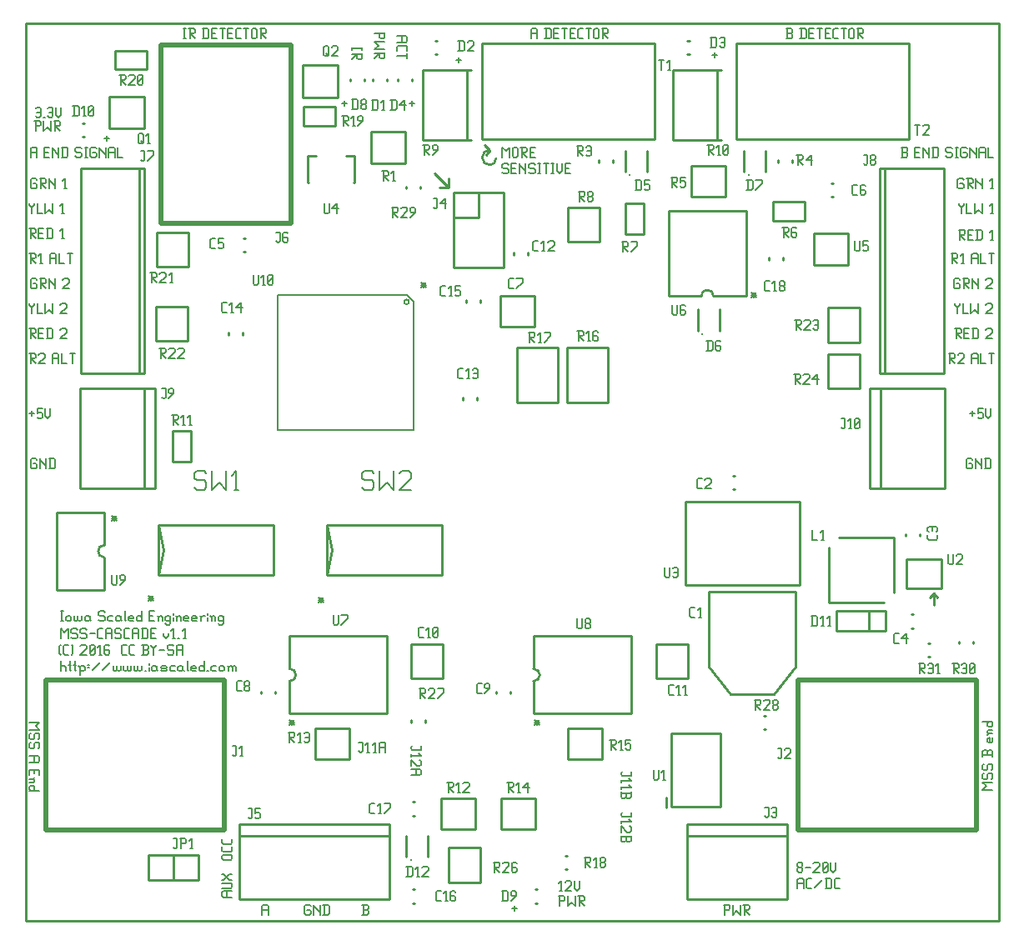
<source format=gbr>
G04 start of page 8 for group -4079 idx -4079 *
G04 Title: (unknown), topsilk *
G04 Creator: pcb 20140316 *
G04 CreationDate: Sat 17 Sep 2016 09:25:40 PM GMT UTC *
G04 For: ndholmes *
G04 Format: Gerber/RS-274X *
G04 PCB-Dimensions (mil): 3900.00 3600.00 *
G04 PCB-Coordinate-Origin: lower left *
%MOIN*%
%FSLAX25Y25*%
%LNTOPSILK*%
%ADD106C,0.0200*%
%ADD105C,0.0080*%
%ADD104C,0.0100*%
G54D104*X389500Y500D02*Y359500D01*
X363500Y131500D02*Y127000D01*
Y131500D02*X365000Y130000D01*
X363500Y131500D02*X362000Y130000D01*
X500Y359500D02*Y500D01*
X389500Y359500D02*X500D01*
X186000Y309000D02*X184000Y311000D01*
X186000Y309000D02*Y308500D01*
X184500Y307000D01*
X169500Y294000D02*X164000Y299500D01*
X169500Y294000D02*Y297000D01*
Y294000D02*X167000D01*
X168000D02*X166000D01*
X169500Y296000D02*Y297500D01*
X500Y500D02*X389500D01*
X186000Y303000D02*G75*G02X183000Y306000I0J3000D01*G01*
G75*G02X186000Y309000I3000J0D01*G01*
Y303000D02*G75*G03X188500Y305500I0J2500D01*G01*
G54D105*X304500Y353500D02*X306500D01*
X307000Y354000D01*
Y355000D02*Y354000D01*
X306500Y355500D02*X307000Y355000D01*
X305000Y355500D02*X306500D01*
X305000Y357500D02*Y353500D01*
X304500Y357500D02*X306500D01*
X307000Y357000D01*
Y356000D01*
X306500Y355500D02*X307000Y356000D01*
X310500Y357500D02*Y353500D01*
X312000Y357500D02*X312500Y357000D01*
Y354000D01*
X312000Y353500D02*X312500Y354000D01*
X310000Y353500D02*X312000D01*
X310000Y357500D02*X312000D01*
X313700Y355500D02*X315200D01*
X313700Y353500D02*X315700D01*
X313700Y357500D02*Y353500D01*
Y357500D02*X315700D01*
X316900D02*X318900D01*
X317900D02*Y353500D01*
X320100Y355500D02*X321600D01*
X320100Y353500D02*X322100D01*
X320100Y357500D02*Y353500D01*
Y357500D02*X322100D01*
X323800Y353500D02*X325300D01*
X323300Y354000D02*X323800Y353500D01*
X323300Y357000D02*Y354000D01*
Y357000D02*X323800Y357500D01*
X325300D01*
X326500D02*X328500D01*
X327500D02*Y353500D01*
X329700Y357000D02*Y354000D01*
Y357000D02*X330200Y357500D01*
X331200D01*
X331700Y357000D01*
Y354000D01*
X331200Y353500D02*X331700Y354000D01*
X330200Y353500D02*X331200D01*
X329700Y354000D02*X330200Y353500D01*
X332900Y357500D02*X334900D01*
X335400Y357000D01*
Y356000D01*
X334900Y355500D02*X335400Y356000D01*
X333400Y355500D02*X334900D01*
X333400Y357500D02*Y353500D01*
Y355500D02*X335400Y353500D01*
X275000Y347000D02*X277000D01*
X276000Y348000D02*Y346000D01*
X350500Y306000D02*X352500D01*
X353000Y306500D01*
Y307500D02*Y306500D01*
X352500Y308000D02*X353000Y307500D01*
X351000Y308000D02*X352500D01*
X351000Y310000D02*Y306000D01*
X350500Y310000D02*X352500D01*
X353000Y309500D01*
Y308500D01*
X352500Y308000D02*X353000Y308500D01*
X356000Y308000D02*X357500D01*
X356000Y306000D02*X358000D01*
X356000Y310000D02*Y306000D01*
Y310000D02*X358000D01*
X359200D02*Y306000D01*
Y310000D02*Y309500D01*
X361700Y307000D01*
Y310000D02*Y306000D01*
X363400Y310000D02*Y306000D01*
X364900Y310000D02*X365400Y309500D01*
Y306500D01*
X364900Y306000D02*X365400Y306500D01*
X362900Y306000D02*X364900D01*
X362900Y310000D02*X364900D01*
X370400D02*X370900Y309500D01*
X368900Y310000D02*X370400D01*
X368400Y309500D02*X368900Y310000D01*
X368400Y309500D02*Y308500D01*
X368900Y308000D01*
X370400D01*
X370900Y307500D01*
Y306500D01*
X370400Y306000D02*X370900Y306500D01*
X368900Y306000D02*X370400D01*
X368400Y306500D02*X368900Y306000D01*
X372100Y310000D02*X373100D01*
X372600D02*Y306000D01*
X372100D02*X373100D01*
X376300Y310000D02*X376800Y309500D01*
X374800Y310000D02*X376300D01*
X374300Y309500D02*X374800Y310000D01*
X374300Y309500D02*Y306500D01*
X374800Y306000D01*
X376300D01*
X376800Y306500D01*
Y307500D02*Y306500D01*
X376300Y308000D02*X376800Y307500D01*
X375300Y308000D02*X376300D01*
X378000Y310000D02*Y306000D01*
Y310000D02*Y309500D01*
X380500Y307000D01*
Y310000D02*Y306000D01*
X381700Y309500D02*Y306000D01*
Y309500D02*X382200Y310000D01*
X383700D01*
X384200Y309500D01*
Y306000D01*
X381700Y308000D02*X384200D01*
X385400Y310000D02*Y306000D01*
X387400D01*
X373500Y277000D02*X375500D01*
X376000Y276500D01*
Y275500D01*
X375500Y275000D02*X376000Y275500D01*
X374000Y275000D02*X375500D01*
X374000Y277000D02*Y273000D01*
Y275000D02*X376000Y273000D01*
X377200Y275000D02*X378700D01*
X377200Y273000D02*X379200D01*
X377200Y277000D02*Y273000D01*
Y277000D02*X379200D01*
X380900D02*Y273000D01*
X382400Y277000D02*X382900Y276500D01*
Y273500D01*
X382400Y273000D02*X382900Y273500D01*
X380400Y273000D02*X382400D01*
X380400Y277000D02*X382400D01*
X386400Y273000D02*X387400D01*
X386900Y277000D02*Y273000D01*
X385900Y276000D02*X386900Y277000D01*
X373500Y287500D02*Y287000D01*
X374500Y286000D01*
X375500Y287000D01*
Y287500D02*Y287000D01*
X374500Y286000D02*Y283500D01*
X376700Y287500D02*Y283500D01*
X378700D01*
X379900Y287500D02*Y283500D01*
X381400Y285000D01*
X382900Y283500D01*
Y287500D02*Y283500D01*
X386400D02*X387400D01*
X386900Y287500D02*Y283500D01*
X385900Y286500D02*X386900Y287500D01*
X370500Y267500D02*X372500D01*
X373000Y267000D01*
Y266000D01*
X372500Y265500D02*X373000Y266000D01*
X371000Y265500D02*X372500D01*
X371000Y267500D02*Y263500D01*
Y265500D02*X373000Y263500D01*
X374700D02*X375700D01*
X375200Y267500D02*Y263500D01*
X374200Y266500D02*X375200Y267500D01*
X378700Y267000D02*Y263500D01*
Y267000D02*X379200Y267500D01*
X380700D01*
X381200Y267000D01*
Y263500D01*
X378700Y265500D02*X381200D01*
X382400Y267500D02*Y263500D01*
X384400D01*
X385600Y267500D02*X387600D01*
X386600D02*Y263500D01*
X373500Y257500D02*X374000Y257000D01*
X372000Y257500D02*X373500D01*
X371500Y257000D02*X372000Y257500D01*
X371500Y257000D02*Y254000D01*
X372000Y253500D01*
X373500D01*
X374000Y254000D01*
Y255000D02*Y254000D01*
X373500Y255500D02*X374000Y255000D01*
X372500Y255500D02*X373500D01*
X375200Y257500D02*X377200D01*
X377700Y257000D01*
Y256000D01*
X377200Y255500D02*X377700Y256000D01*
X375700Y255500D02*X377200D01*
X375700Y257500D02*Y253500D01*
Y255500D02*X377700Y253500D01*
X378900Y257500D02*Y253500D01*
Y257500D02*Y257000D01*
X381400Y254500D01*
Y257500D02*Y253500D01*
X384400Y257000D02*X384900Y257500D01*
X386400D01*
X386900Y257000D01*
Y256000D01*
X384400Y253500D02*X386900Y256000D01*
X384400Y253500D02*X386900D01*
X372000Y247500D02*Y247000D01*
X373000Y246000D01*
X374000Y247000D01*
Y247500D02*Y247000D01*
X373000Y246000D02*Y243500D01*
X375200Y247500D02*Y243500D01*
X377200D01*
X378400Y247500D02*Y243500D01*
X379900Y245000D01*
X381400Y243500D01*
Y247500D02*Y243500D01*
X384400Y247000D02*X384900Y247500D01*
X386400D01*
X386900Y247000D01*
Y246000D01*
X384400Y243500D02*X386900Y246000D01*
X384400Y243500D02*X386900D01*
X372000Y237500D02*X374000D01*
X374500Y237000D01*
Y236000D01*
X374000Y235500D02*X374500Y236000D01*
X372500Y235500D02*X374000D01*
X372500Y237500D02*Y233500D01*
Y235500D02*X374500Y233500D01*
X375700Y235500D02*X377200D01*
X375700Y233500D02*X377700D01*
X375700Y237500D02*Y233500D01*
Y237500D02*X377700D01*
X379400D02*Y233500D01*
X380900Y237500D02*X381400Y237000D01*
Y234000D01*
X380900Y233500D02*X381400Y234000D01*
X378900Y233500D02*X380900D01*
X378900Y237500D02*X380900D01*
X384400Y237000D02*X384900Y237500D01*
X386400D01*
X386900Y237000D01*
Y236000D01*
X384400Y233500D02*X386900Y236000D01*
X384400Y233500D02*X386900D01*
X369500Y227500D02*X371500D01*
X372000Y227000D01*
Y226000D01*
X371500Y225500D02*X372000Y226000D01*
X370000Y225500D02*X371500D01*
X370000Y227500D02*Y223500D01*
Y225500D02*X372000Y223500D01*
X373200Y227000D02*X373700Y227500D01*
X375200D01*
X375700Y227000D01*
Y226000D01*
X373200Y223500D02*X375700Y226000D01*
X373200Y223500D02*X375700D01*
X378700Y227000D02*Y223500D01*
Y227000D02*X379200Y227500D01*
X380700D01*
X381200Y227000D01*
Y223500D01*
X378700Y225500D02*X381200D01*
X382400Y227500D02*Y223500D01*
X384400D01*
X385600Y227500D02*X387600D01*
X386600D02*Y223500D01*
X378000Y203500D02*X380000D01*
X379000Y204500D02*Y202500D01*
X381200Y205500D02*X383200D01*
X381200D02*Y203500D01*
X381700Y204000D01*
X382700D01*
X383200Y203500D01*
Y202000D01*
X382700Y201500D02*X383200Y202000D01*
X381700Y201500D02*X382700D01*
X381200Y202000D02*X381700Y201500D01*
X384400Y205500D02*Y202500D01*
X385400Y201500D01*
X386400Y202500D01*
Y205500D02*Y202500D01*
X378500Y185500D02*X379000Y185000D01*
X377000Y185500D02*X378500D01*
X376500Y185000D02*X377000Y185500D01*
X376500Y185000D02*Y182000D01*
X377000Y181500D01*
X378500D01*
X379000Y182000D01*
Y183000D02*Y182000D01*
X378500Y183500D02*X379000Y183000D01*
X377500Y183500D02*X378500D01*
X380200Y185500D02*Y181500D01*
Y185500D02*Y185000D01*
X382700Y182500D01*
Y185500D02*Y181500D01*
X384400Y185500D02*Y181500D01*
X385900Y185500D02*X386400Y185000D01*
Y182000D01*
X385900Y181500D02*X386400Y182000D01*
X383900Y181500D02*X385900D01*
X383900Y185500D02*X385900D01*
X375000Y297500D02*X375500Y297000D01*
X373500Y297500D02*X375000D01*
X373000Y297000D02*X373500Y297500D01*
X373000Y297000D02*Y294000D01*
X373500Y293500D01*
X375000D01*
X375500Y294000D01*
Y295000D02*Y294000D01*
X375000Y295500D02*X375500Y295000D01*
X374000Y295500D02*X375000D01*
X376700Y297500D02*X378700D01*
X379200Y297000D01*
Y296000D01*
X378700Y295500D02*X379200Y296000D01*
X377200Y295500D02*X378700D01*
X377200Y297500D02*Y293500D01*
Y295500D02*X379200Y293500D01*
X380400Y297500D02*Y293500D01*
Y297500D02*Y297000D01*
X382900Y294500D01*
Y297500D02*Y293500D01*
X386400D02*X387400D01*
X386900Y297500D02*Y293500D01*
X385900Y296500D02*X386900Y297500D01*
X290500Y252000D02*X292500Y250000D01*
X290500D02*X292500Y252000D01*
X290500Y251000D02*X292500D01*
X291500Y252000D02*Y250000D01*
X280000Y7000D02*Y3000D01*
X279500Y7000D02*X281500D01*
X282000Y6500D01*
Y5500D01*
X281500Y5000D02*X282000Y5500D01*
X280000Y5000D02*X281500D01*
X283200Y7000D02*Y3000D01*
X284700Y4500D01*
X286200Y3000D01*
Y7000D02*Y3000D01*
X287400Y7000D02*X289400D01*
X289900Y6500D01*
Y5500D01*
X289400Y5000D02*X289900Y5500D01*
X287900Y5000D02*X289400D01*
X287900Y7000D02*Y3000D01*
Y5000D02*X289900Y3000D01*
X195000Y5500D02*X197000D01*
X196000Y6500D02*Y4500D01*
X214000Y10500D02*Y6500D01*
X213500Y10500D02*X215500D01*
X216000Y10000D01*
Y9000D01*
X215500Y8500D02*X216000Y9000D01*
X214000Y8500D02*X215500D01*
X217200Y10500D02*Y6500D01*
X218700Y8000D01*
X220200Y6500D01*
Y10500D02*Y6500D01*
X221400Y10500D02*X223400D01*
X223900Y10000D01*
Y9000D01*
X223400Y8500D02*X223900Y9000D01*
X221900Y8500D02*X223400D01*
X221900Y10500D02*Y6500D01*
Y8500D02*X223900Y6500D01*
X2000Y80000D02*X6000D01*
X4500Y78500D01*
X6000Y77000D01*
X2000D02*X6000D01*
Y73800D02*X5500Y73300D01*
X6000Y75300D02*Y73800D01*
X5500Y75800D02*X6000Y75300D01*
X4500Y75800D02*X5500D01*
X4500D02*X4000Y75300D01*
Y73800D01*
X3500Y73300D01*
X2500D02*X3500D01*
X2000Y73800D02*X2500Y73300D01*
X2000Y75300D02*Y73800D01*
X2500Y75800D02*X2000Y75300D01*
X6000Y70100D02*X5500Y69600D01*
X6000Y71600D02*Y70100D01*
X5500Y72100D02*X6000Y71600D01*
X4500Y72100D02*X5500D01*
X4500D02*X4000Y71600D01*
Y70100D01*
X3500Y69600D01*
X2500D02*X3500D01*
X2000Y70100D02*X2500Y69600D01*
X2000Y71600D02*Y70100D01*
X2500Y72100D02*X2000Y71600D01*
Y66600D02*X5500D01*
X6000Y66100D01*
Y64600D01*
X5500Y64100D01*
X2000D02*X5500D01*
X4000Y66600D02*Y64100D01*
Y61100D02*Y59600D01*
X2000Y61100D02*Y59100D01*
Y61100D02*X6000D01*
Y59100D01*
X2000Y57400D02*X3500D01*
X4000Y56900D01*
Y56400D01*
X3500Y55900D01*
X2000D02*X3500D01*
X4000Y57900D02*X3500Y57400D01*
X2000Y52700D02*X6000D01*
X2000Y53200D02*X2500Y52700D01*
X2000Y54200D02*Y53200D01*
X2500Y54700D02*X2000Y54200D01*
X2500Y54700D02*X3500D01*
X4000Y54200D01*
Y53200D01*
X3500Y52700D01*
X383000Y53000D02*X387000D01*
X383000D02*X384500Y54500D01*
X383000Y56000D01*
X387000D01*
X383000Y59200D02*X383500Y59700D01*
X383000Y59200D02*Y57700D01*
X383500Y57200D02*X383000Y57700D01*
X383500Y57200D02*X384500D01*
X385000Y57700D01*
Y59200D02*Y57700D01*
Y59200D02*X385500Y59700D01*
X386500D01*
X387000Y59200D02*X386500Y59700D01*
X387000Y59200D02*Y57700D01*
X386500Y57200D02*X387000Y57700D01*
X383000Y62900D02*X383500Y63400D01*
X383000Y62900D02*Y61400D01*
X383500Y60900D02*X383000Y61400D01*
X383500Y60900D02*X384500D01*
X385000Y61400D01*
Y62900D02*Y61400D01*
Y62900D02*X385500Y63400D01*
X386500D01*
X387000Y62900D02*X386500Y63400D01*
X387000Y62900D02*Y61400D01*
X386500Y60900D02*X387000Y61400D01*
Y68400D02*Y66400D01*
Y68400D02*X386500Y68900D01*
X385500D02*X386500D01*
X385000Y68400D02*X385500Y68900D01*
X385000Y68400D02*Y66900D01*
X383000D02*X387000D01*
X383000Y68400D02*Y66400D01*
Y68400D02*X383500Y68900D01*
X384500D01*
X385000Y68400D02*X384500Y68900D01*
X387000Y73900D02*Y72400D01*
X386500Y71900D02*X387000Y72400D01*
X385500Y71900D02*X386500D01*
X385500D02*X385000Y72400D01*
Y73400D02*Y72400D01*
Y73400D02*X385500Y73900D01*
X386000D02*Y71900D01*
X385500Y73900D02*X386000D01*
X385500Y75600D02*X387000D01*
X385500D02*X385000Y76100D01*
Y76600D02*Y76100D01*
Y76600D02*X385500Y77100D01*
X387000D01*
X385000Y75100D02*X385500Y75600D01*
X383000Y80300D02*X387000D01*
Y79800D02*X386500Y80300D01*
X387000Y79800D02*Y78800D01*
X386500Y78300D02*X387000Y78800D01*
X385500Y78300D02*X386500D01*
X385500D02*X385000Y78800D01*
Y79800D02*Y78800D01*
Y79800D02*X385500Y80300D01*
X309000Y17000D02*Y13500D01*
Y17000D02*X309500Y17500D01*
X311000D01*
X311500Y17000D01*
Y13500D01*
X309000Y15500D02*X311500D01*
X313200Y13500D02*X314700D01*
X312700Y14000D02*X313200Y13500D01*
X312700Y17000D02*Y14000D01*
Y17000D02*X313200Y17500D01*
X314700D01*
X315900Y14000D02*X318900Y17000D01*
X320600Y17500D02*Y13500D01*
X322100Y17500D02*X322600Y17000D01*
Y14000D01*
X322100Y13500D02*X322600Y14000D01*
X320100Y13500D02*X322100D01*
X320100Y17500D02*X322100D01*
X324300Y13500D02*X325800D01*
X323800Y14000D02*X324300Y13500D01*
X323800Y17000D02*Y14000D01*
Y17000D02*X324300Y17500D01*
X325800D01*
X214000Y12500D02*X215000D01*
X214500Y16500D02*Y12500D01*
X213500Y15500D02*X214500Y16500D01*
X216200Y16000D02*X216700Y16500D01*
X218200D01*
X218700Y16000D01*
Y15000D01*
X216200Y12500D02*X218700Y15000D01*
X216200Y12500D02*X218700D01*
X219900Y16500D02*Y13500D01*
X220900Y12500D01*
X221900Y13500D01*
Y16500D02*Y13500D01*
X309000Y20500D02*X309500Y20000D01*
X309000Y21500D02*Y20500D01*
Y21500D02*X309500Y22000D01*
X310500D01*
X311000Y21500D01*
Y20500D01*
X310500Y20000D02*X311000Y20500D01*
X309500Y20000D02*X310500D01*
X309000Y22500D02*X309500Y22000D01*
X309000Y23500D02*Y22500D01*
Y23500D02*X309500Y24000D01*
X310500D01*
X311000Y23500D01*
Y22500D01*
X310500Y22000D02*X311000Y22500D01*
X312200Y22000D02*X314200D01*
X315400Y23500D02*X315900Y24000D01*
X317400D01*
X317900Y23500D01*
Y22500D01*
X315400Y20000D02*X317900Y22500D01*
X315400Y20000D02*X317900D01*
X319100Y20500D02*X319600Y20000D01*
X319100Y23500D02*Y20500D01*
Y23500D02*X319600Y24000D01*
X320600D01*
X321100Y23500D01*
Y20500D01*
X320600Y20000D02*X321100Y20500D01*
X319600Y20000D02*X320600D01*
X319100Y21000D02*X321100Y23000D01*
X322300Y24000D02*Y21000D01*
X323300Y20000D01*
X324300Y21000D01*
Y24000D02*Y21000D01*
X14500Y104500D02*Y100500D01*
Y102000D02*X15000Y102500D01*
X16000D01*
X16500Y102000D01*
Y100500D01*
X18200Y104500D02*Y101000D01*
X18700Y100500D01*
X17700Y103000D02*X18700D01*
X20200Y104500D02*Y101000D01*
X20700Y100500D01*
X19700Y103000D02*X20700D01*
X22200Y102000D02*Y99000D01*
X21700Y102500D02*X22200Y102000D01*
X22700Y102500D01*
X23700D01*
X24200Y102000D01*
Y101000D01*
X23700Y100500D02*X24200Y101000D01*
X22700Y100500D02*X23700D01*
X22200Y101000D02*X22700Y100500D01*
X25400Y103000D02*X25900D01*
X25400Y102000D02*X25900D01*
X27100Y101000D02*X30100Y104000D01*
X31300Y101000D02*X34300Y104000D01*
X35500Y102500D02*Y101000D01*
X36000Y100500D01*
X36500D01*
X37000Y101000D01*
Y102500D02*Y101000D01*
X37500Y100500D01*
X38000D01*
X38500Y101000D01*
Y102500D02*Y101000D01*
X39700Y102500D02*Y101000D01*
X40200Y100500D01*
X40700D01*
X41200Y101000D01*
Y102500D02*Y101000D01*
X41700Y100500D01*
X42200D01*
X42700Y101000D01*
Y102500D02*Y101000D01*
X43900Y102500D02*Y101000D01*
X44400Y100500D01*
X44900D01*
X45400Y101000D01*
Y102500D02*Y101000D01*
X45900Y100500D01*
X46400D01*
X46900Y101000D01*
Y102500D02*Y101000D01*
X48100Y100500D02*X48600D01*
X49800Y103500D02*Y103000D01*
Y102000D02*Y100500D01*
X52300Y102500D02*X52800Y102000D01*
X51300Y102500D02*X52300D01*
X50800Y102000D02*X51300Y102500D01*
X50800Y102000D02*Y101000D01*
X51300Y100500D01*
X52800Y102500D02*Y101000D01*
X53300Y100500D01*
X51300D02*X52300D01*
X52800Y101000D01*
X55000Y100500D02*X56500D01*
X57000Y101000D01*
X56500Y101500D02*X57000Y101000D01*
X55000Y101500D02*X56500D01*
X54500Y102000D02*X55000Y101500D01*
X54500Y102000D02*X55000Y102500D01*
X56500D01*
X57000Y102000D01*
X54500Y101000D02*X55000Y100500D01*
X58700Y102500D02*X60200D01*
X58200Y102000D02*X58700Y102500D01*
X58200Y102000D02*Y101000D01*
X58700Y100500D01*
X60200D01*
X62900Y102500D02*X63400Y102000D01*
X61900Y102500D02*X62900D01*
X61400Y102000D02*X61900Y102500D01*
X61400Y102000D02*Y101000D01*
X61900Y100500D01*
X63400Y102500D02*Y101000D01*
X63900Y100500D01*
X61900D02*X62900D01*
X63400Y101000D01*
X65100Y104500D02*Y101000D01*
X65600Y100500D01*
X67100D02*X68600D01*
X66600Y101000D02*X67100Y100500D01*
X66600Y102000D02*Y101000D01*
Y102000D02*X67100Y102500D01*
X68100D01*
X68600Y102000D01*
X66600Y101500D02*X68600D01*
Y102000D02*Y101500D01*
X71800Y104500D02*Y100500D01*
X71300D02*X71800Y101000D01*
X70300Y100500D02*X71300D01*
X69800Y101000D02*X70300Y100500D01*
X69800Y102000D02*Y101000D01*
Y102000D02*X70300Y102500D01*
X71300D01*
X71800Y102000D01*
X73000Y100500D02*X73500D01*
X75200Y102500D02*X76700D01*
X74700Y102000D02*X75200Y102500D01*
X74700Y102000D02*Y101000D01*
X75200Y100500D01*
X76700D01*
X77900Y102000D02*Y101000D01*
Y102000D02*X78400Y102500D01*
X79400D01*
X79900Y102000D01*
Y101000D01*
X79400Y100500D02*X79900Y101000D01*
X78400Y100500D02*X79400D01*
X77900Y101000D02*X78400Y100500D01*
X81600Y102000D02*Y100500D01*
Y102000D02*X82100Y102500D01*
X82600D01*
X83100Y102000D01*
Y100500D01*
Y102000D02*X83600Y102500D01*
X84100D01*
X84600Y102000D01*
Y100500D01*
X81100Y102500D02*X81600Y102000D01*
X204000Y81000D02*X206000Y79000D01*
X204000D02*X206000Y81000D01*
X204000Y80000D02*X206000D01*
X205000Y81000D02*Y79000D01*
X106000Y81000D02*X108000Y79000D01*
X106000D02*X108000Y81000D01*
X106000Y80000D02*X108000D01*
X107000Y81000D02*Y79000D01*
X95000Y6500D02*Y3000D01*
Y6500D02*X95500Y7000D01*
X97000D01*
X97500Y6500D01*
Y3000D01*
X95000Y5000D02*X97500D01*
X114000Y7000D02*X114500Y6500D01*
X112500Y7000D02*X114000D01*
X112000Y6500D02*X112500Y7000D01*
X112000Y6500D02*Y3500D01*
X112500Y3000D01*
X114000D01*
X114500Y3500D01*
Y4500D02*Y3500D01*
X114000Y5000D02*X114500Y4500D01*
X113000Y5000D02*X114000D01*
X115700Y7000D02*Y3000D01*
Y7000D02*Y6500D01*
X118200Y4000D01*
Y7000D02*Y3000D01*
X119900Y7000D02*Y3000D01*
X121400Y7000D02*X121900Y6500D01*
Y3500D01*
X121400Y3000D02*X121900Y3500D01*
X119400Y3000D02*X121400D01*
X119400Y7000D02*X121400D01*
X135000Y3000D02*X137000D01*
X137500Y3500D01*
Y4500D02*Y3500D01*
X137000Y5000D02*X137500Y4500D01*
X135500Y5000D02*X137000D01*
X135500Y7000D02*Y3000D01*
X135000Y7000D02*X137000D01*
X137500Y6500D01*
Y5500D01*
X137000Y5000D02*X137500Y5500D01*
X79500Y10000D02*X83000D01*
X79500D02*X79000Y10500D01*
Y12000D02*Y10500D01*
Y12000D02*X79500Y12500D01*
X83000D01*
X81000D02*Y10000D01*
X79000Y13700D02*X82500D01*
X83000Y14200D01*
Y15200D02*Y14200D01*
Y15200D02*X82500Y15700D01*
X79000D02*X82500D01*
X79000Y16900D02*X79500D01*
X82000Y19400D01*
X83000D01*
X82000Y16900D02*X83000D01*
X82000D02*X79500Y19400D01*
X79000D02*X79500D01*
Y25000D02*X82500D01*
X79500D02*X79000Y25500D01*
Y26500D02*Y25500D01*
Y26500D02*X79500Y27000D01*
X82500D01*
X83000Y26500D02*X82500Y27000D01*
X83000Y26500D02*Y25500D01*
X82500Y25000D02*X83000Y25500D01*
Y30200D02*Y28700D01*
X82500Y28200D02*X83000Y28700D01*
X79500Y28200D02*X82500D01*
X79500D02*X79000Y28700D01*
Y30200D02*Y28700D01*
X83000Y33400D02*Y31900D01*
X82500Y31400D02*X83000Y31900D01*
X79500Y31400D02*X82500D01*
X79500D02*X79000Y31900D01*
Y33400D02*Y31900D01*
X2000Y267500D02*X4000D01*
X4500Y267000D01*
Y266000D01*
X4000Y265500D02*X4500Y266000D01*
X2500Y265500D02*X4000D01*
X2500Y267500D02*Y263500D01*
Y265500D02*X4500Y263500D01*
X6200D02*X7200D01*
X6700Y267500D02*Y263500D01*
X5700Y266500D02*X6700Y267500D01*
X10200Y267000D02*Y263500D01*
Y267000D02*X10700Y267500D01*
X12200D01*
X12700Y267000D01*
Y263500D01*
X10200Y265500D02*X12700D01*
X13900Y267500D02*Y263500D01*
X15900D01*
X17100Y267500D02*X19100D01*
X18100D02*Y263500D01*
X2000Y277500D02*X4000D01*
X4500Y277000D01*
Y276000D01*
X4000Y275500D02*X4500Y276000D01*
X2500Y275500D02*X4000D01*
X2500Y277500D02*Y273500D01*
Y275500D02*X4500Y273500D01*
X5700Y275500D02*X7200D01*
X5700Y273500D02*X7700D01*
X5700Y277500D02*Y273500D01*
Y277500D02*X7700D01*
X9400D02*Y273500D01*
X10900Y277500D02*X11400Y277000D01*
Y274000D01*
X10900Y273500D02*X11400Y274000D01*
X8900Y273500D02*X10900D01*
X8900Y277500D02*X10900D01*
X14900Y273500D02*X15900D01*
X15400Y277500D02*Y273500D01*
X14400Y276500D02*X15400Y277500D01*
X2000Y287500D02*Y287000D01*
X3000Y286000D01*
X4000Y287000D01*
Y287500D02*Y287000D01*
X3000Y286000D02*Y283500D01*
X5200Y287500D02*Y283500D01*
X7200D01*
X8400Y287500D02*Y283500D01*
X9900Y285000D01*
X11400Y283500D01*
Y287500D02*Y283500D01*
X14900D02*X15900D01*
X15400Y287500D02*Y283500D01*
X14400Y286500D02*X15400Y287500D01*
X4500Y297500D02*X5000Y297000D01*
X3000Y297500D02*X4500D01*
X2500Y297000D02*X3000Y297500D01*
X2500Y297000D02*Y294000D01*
X3000Y293500D01*
X4500D01*
X5000Y294000D01*
Y295000D02*Y294000D01*
X4500Y295500D02*X5000Y295000D01*
X3500Y295500D02*X4500D01*
X6200Y297500D02*X8200D01*
X8700Y297000D01*
Y296000D01*
X8200Y295500D02*X8700Y296000D01*
X6700Y295500D02*X8200D01*
X6700Y297500D02*Y293500D01*
Y295500D02*X8700Y293500D01*
X9900Y297500D02*Y293500D01*
Y297500D02*Y297000D01*
X12400Y294500D01*
Y297500D02*Y293500D01*
X15900D02*X16900D01*
X16400Y297500D02*Y293500D01*
X15400Y296500D02*X16400Y297500D01*
X4500Y325500D02*X5000Y326000D01*
X6000D01*
X6500Y325500D01*
Y322500D01*
X6000Y322000D02*X6500Y322500D01*
X5000Y322000D02*X6000D01*
X4500Y322500D02*X5000Y322000D01*
Y324000D02*X6500D01*
X7700Y322000D02*X8200D01*
X9400Y325500D02*X9900Y326000D01*
X10900D01*
X11400Y325500D01*
Y322500D01*
X10900Y322000D02*X11400Y322500D01*
X9900Y322000D02*X10900D01*
X9400Y322500D02*X9900Y322000D01*
Y324000D02*X11400D01*
X12600Y326000D02*Y323000D01*
X13600Y322000D01*
X14600Y323000D01*
Y326000D02*Y323000D01*
X4500Y320500D02*Y316500D01*
X4000Y320500D02*X6000D01*
X6500Y320000D01*
Y319000D01*
X6000Y318500D02*X6500Y319000D01*
X4500Y318500D02*X6000D01*
X7700Y320500D02*Y316500D01*
X9200Y318000D01*
X10700Y316500D01*
Y320500D02*Y316500D01*
X11900Y320500D02*X13900D01*
X14400Y320000D01*
Y319000D01*
X13900Y318500D02*X14400Y319000D01*
X12400Y318500D02*X13900D01*
X12400Y320500D02*Y316500D01*
Y318500D02*X14400Y316500D01*
X63500Y357500D02*X64500D01*
X64000D02*Y353500D01*
X63500D02*X64500D01*
X65700Y357500D02*X67700D01*
X68200Y357000D01*
Y356000D01*
X67700Y355500D02*X68200Y356000D01*
X66200Y355500D02*X67700D01*
X66200Y357500D02*Y353500D01*
Y355500D02*X68200Y353500D01*
X71700Y357500D02*Y353500D01*
X73200Y357500D02*X73700Y357000D01*
Y354000D01*
X73200Y353500D02*X73700Y354000D01*
X71200Y353500D02*X73200D01*
X71200Y357500D02*X73200D01*
X74900Y355500D02*X76400D01*
X74900Y353500D02*X76900D01*
X74900Y357500D02*Y353500D01*
Y357500D02*X76900D01*
X78100D02*X80100D01*
X79100D02*Y353500D01*
X81300Y355500D02*X82800D01*
X81300Y353500D02*X83300D01*
X81300Y357500D02*Y353500D01*
Y357500D02*X83300D01*
X85000Y353500D02*X86500D01*
X84500Y354000D02*X85000Y353500D01*
X84500Y357000D02*Y354000D01*
Y357000D02*X85000Y357500D01*
X86500D01*
X87700D02*X89700D01*
X88700D02*Y353500D01*
X90900Y357000D02*Y354000D01*
Y357000D02*X91400Y357500D01*
X92400D01*
X92900Y357000D01*
Y354000D01*
X92400Y353500D02*X92900Y354000D01*
X91400Y353500D02*X92400D01*
X90900Y354000D02*X91400Y353500D01*
X94100Y357500D02*X96100D01*
X96600Y357000D01*
Y356000D01*
X96100Y355500D02*X96600Y356000D01*
X94600Y355500D02*X96100D01*
X94600Y357500D02*Y353500D01*
Y355500D02*X96600Y353500D01*
X140000Y355500D02*X144000D01*
Y356000D02*Y354000D01*
X143500Y353500D01*
X142500D02*X143500D01*
X142000Y354000D02*X142500Y353500D01*
X142000Y355500D02*Y354000D01*
X140000Y352300D02*X144000D01*
X140000D02*X141500Y350800D01*
X140000Y349300D01*
X144000D01*
Y348100D02*Y346100D01*
X143500Y345600D01*
X142500D02*X143500D01*
X142000Y346100D02*X142500Y345600D01*
X142000Y347600D02*Y346100D01*
X140000Y347600D02*X144000D01*
X142000D02*X140000Y345600D01*
X135000Y350000D02*Y349000D01*
X131000Y349500D02*X135000D01*
X131000Y350000D02*Y349000D01*
X135000Y347800D02*Y345800D01*
X134500Y345300D01*
X133500D02*X134500D01*
X133000Y345800D02*X133500Y345300D01*
X133000Y347300D02*Y345800D01*
X131000Y347300D02*X135000D01*
X133000D02*X131000Y345300D01*
X154000Y327500D02*X156000D01*
X155000Y328500D02*Y326500D01*
X149000Y354500D02*X152500D01*
X153000Y354000D01*
Y352500D01*
X152500Y352000D01*
X149000D02*X152500D01*
X151000Y354500D02*Y352000D01*
X149000Y350300D02*Y348800D01*
X149500Y350800D02*X149000Y350300D01*
X149500Y350800D02*X152500D01*
X153000Y350300D01*
Y348800D01*
Y347600D02*Y345600D01*
X149000Y346600D02*X153000D01*
X127000Y327500D02*X129000D01*
X128000Y328500D02*Y326500D01*
X2500Y309500D02*Y306000D01*
Y309500D02*X3000Y310000D01*
X4500D01*
X5000Y309500D01*
Y306000D01*
X2500Y308000D02*X5000D01*
X8000D02*X9500D01*
X8000Y306000D02*X10000D01*
X8000Y310000D02*Y306000D01*
Y310000D02*X10000D01*
X11200D02*Y306000D01*
Y310000D02*Y309500D01*
X13700Y307000D01*
Y310000D02*Y306000D01*
X15400Y310000D02*Y306000D01*
X16900Y310000D02*X17400Y309500D01*
Y306500D01*
X16900Y306000D02*X17400Y306500D01*
X14900Y306000D02*X16900D01*
X14900Y310000D02*X16900D01*
X22400D02*X22900Y309500D01*
X20900Y310000D02*X22400D01*
X20400Y309500D02*X20900Y310000D01*
X20400Y309500D02*Y308500D01*
X20900Y308000D01*
X22400D01*
X22900Y307500D01*
Y306500D01*
X22400Y306000D02*X22900Y306500D01*
X20900Y306000D02*X22400D01*
X20400Y306500D02*X20900Y306000D01*
X24100Y310000D02*X25100D01*
X24600D02*Y306000D01*
X24100D02*X25100D01*
X28300Y310000D02*X28800Y309500D01*
X26800Y310000D02*X28300D01*
X26300Y309500D02*X26800Y310000D01*
X26300Y309500D02*Y306500D01*
X26800Y306000D01*
X28300D01*
X28800Y306500D01*
Y307500D02*Y306500D01*
X28300Y308000D02*X28800Y307500D01*
X27300Y308000D02*X28300D01*
X30000Y310000D02*Y306000D01*
Y310000D02*Y309500D01*
X32500Y307000D01*
Y310000D02*Y306000D01*
X33700Y309500D02*Y306000D01*
Y309500D02*X34200Y310000D01*
X35700D01*
X36200Y309500D01*
Y306000D01*
X33700Y308000D02*X36200D01*
X37400Y310000D02*Y306000D01*
X39400D01*
X32000Y313500D02*X34000D01*
X33000Y314500D02*Y312500D01*
X202500Y357000D02*Y353500D01*
Y357000D02*X203000Y357500D01*
X204500D01*
X205000Y357000D01*
Y353500D01*
X202500Y355500D02*X205000D01*
X208500Y357500D02*Y353500D01*
X210000Y357500D02*X210500Y357000D01*
Y354000D01*
X210000Y353500D02*X210500Y354000D01*
X208000Y353500D02*X210000D01*
X208000Y357500D02*X210000D01*
X211700Y355500D02*X213200D01*
X211700Y353500D02*X213700D01*
X211700Y357500D02*Y353500D01*
Y357500D02*X213700D01*
X214900D02*X216900D01*
X215900D02*Y353500D01*
X218100Y355500D02*X219600D01*
X218100Y353500D02*X220100D01*
X218100Y357500D02*Y353500D01*
Y357500D02*X220100D01*
X221800Y353500D02*X223300D01*
X221300Y354000D02*X221800Y353500D01*
X221300Y357000D02*Y354000D01*
Y357000D02*X221800Y357500D01*
X223300D01*
X224500D02*X226500D01*
X225500D02*Y353500D01*
X227700Y357000D02*Y354000D01*
Y357000D02*X228200Y357500D01*
X229200D01*
X229700Y357000D01*
Y354000D01*
X229200Y353500D02*X229700Y354000D01*
X228200Y353500D02*X229200D01*
X227700Y354000D02*X228200Y353500D01*
X230900Y357500D02*X232900D01*
X233400Y357000D01*
Y356000D01*
X232900Y355500D02*X233400Y356000D01*
X231400Y355500D02*X232900D01*
X231400Y357500D02*Y353500D01*
Y355500D02*X233400Y353500D01*
X172500Y345000D02*X174500D01*
X173500Y346000D02*Y344000D01*
X158500Y256000D02*X160500Y254000D01*
X158500D02*X160500Y256000D01*
X158500Y255000D02*X160500D01*
X159500Y256000D02*Y254000D01*
X191000Y310000D02*Y306000D01*
Y310000D02*X192500Y308500D01*
X194000Y310000D01*
Y306000D01*
X195200Y309500D02*Y306500D01*
Y309500D02*X195700Y310000D01*
X196700D01*
X197200Y309500D01*
Y306500D01*
X196700Y306000D02*X197200Y306500D01*
X195700Y306000D02*X196700D01*
X195200Y306500D02*X195700Y306000D01*
X198400Y310000D02*X200400D01*
X200900Y309500D01*
Y308500D01*
X200400Y308000D02*X200900Y308500D01*
X198900Y308000D02*X200400D01*
X198900Y310000D02*Y306000D01*
Y308000D02*X200900Y306000D01*
X202100Y308000D02*X203600D01*
X202100Y306000D02*X204100D01*
X202100Y310000D02*Y306000D01*
Y310000D02*X204100D01*
X193000Y303500D02*X193500Y303000D01*
X191500Y303500D02*X193000D01*
X191000Y303000D02*X191500Y303500D01*
X191000Y303000D02*Y302000D01*
X191500Y301500D01*
X193000D01*
X193500Y301000D01*
Y300000D01*
X193000Y299500D02*X193500Y300000D01*
X191500Y299500D02*X193000D01*
X191000Y300000D02*X191500Y299500D01*
X194700Y301500D02*X196200D01*
X194700Y299500D02*X196700D01*
X194700Y303500D02*Y299500D01*
Y303500D02*X196700D01*
X197900D02*Y299500D01*
Y303500D02*Y303000D01*
X200400Y300500D01*
Y303500D02*Y299500D01*
X203600Y303500D02*X204100Y303000D01*
X202100Y303500D02*X203600D01*
X201600Y303000D02*X202100Y303500D01*
X201600Y303000D02*Y302000D01*
X202100Y301500D01*
X203600D01*
X204100Y301000D01*
Y300000D01*
X203600Y299500D02*X204100Y300000D01*
X202100Y299500D02*X203600D01*
X201600Y300000D02*X202100Y299500D01*
X205300Y303500D02*X206300D01*
X205800D02*Y299500D01*
X205300D02*X206300D01*
X207500Y303500D02*X209500D01*
X208500D02*Y299500D01*
X210700Y303500D02*X211700D01*
X211200D02*Y299500D01*
X210700D02*X211700D01*
X212900Y303500D02*Y300500D01*
X213900Y299500D01*
X214900Y300500D01*
Y303500D02*Y300500D01*
X216100Y301500D02*X217600D01*
X216100Y299500D02*X218100D01*
X216100Y303500D02*Y299500D01*
Y303500D02*X218100D01*
X4500Y257500D02*X5000Y257000D01*
X3000Y257500D02*X4500D01*
X2500Y257000D02*X3000Y257500D01*
X2500Y257000D02*Y254000D01*
X3000Y253500D01*
X4500D01*
X5000Y254000D01*
Y255000D02*Y254000D01*
X4500Y255500D02*X5000Y255000D01*
X3500Y255500D02*X4500D01*
X6200Y257500D02*X8200D01*
X8700Y257000D01*
Y256000D01*
X8200Y255500D02*X8700Y256000D01*
X6700Y255500D02*X8200D01*
X6700Y257500D02*Y253500D01*
Y255500D02*X8700Y253500D01*
X9900Y257500D02*Y253500D01*
Y257500D02*Y257000D01*
X12400Y254500D01*
Y257500D02*Y253500D01*
X15400Y257000D02*X15900Y257500D01*
X17400D01*
X17900Y257000D01*
Y256000D01*
X15400Y253500D02*X17900Y256000D01*
X15400Y253500D02*X17900D01*
X2000Y247500D02*Y247000D01*
X3000Y246000D01*
X4000Y247000D01*
Y247500D02*Y247000D01*
X3000Y246000D02*Y243500D01*
X5200Y247500D02*Y243500D01*
X7200D01*
X8400Y247500D02*Y243500D01*
X9900Y245000D01*
X11400Y243500D01*
Y247500D02*Y243500D01*
X14400Y247000D02*X14900Y247500D01*
X16400D01*
X16900Y247000D01*
Y246000D01*
X14400Y243500D02*X16900Y246000D01*
X14400Y243500D02*X16900D01*
X2000Y237500D02*X4000D01*
X4500Y237000D01*
Y236000D01*
X4000Y235500D02*X4500Y236000D01*
X2500Y235500D02*X4000D01*
X2500Y237500D02*Y233500D01*
Y235500D02*X4500Y233500D01*
X5700Y235500D02*X7200D01*
X5700Y233500D02*X7700D01*
X5700Y237500D02*Y233500D01*
Y237500D02*X7700D01*
X9400D02*Y233500D01*
X10900Y237500D02*X11400Y237000D01*
Y234000D01*
X10900Y233500D02*X11400Y234000D01*
X8900Y233500D02*X10900D01*
X8900Y237500D02*X10900D01*
X14400Y237000D02*X14900Y237500D01*
X16400D01*
X16900Y237000D01*
Y236000D01*
X14400Y233500D02*X16900Y236000D01*
X14400Y233500D02*X16900D01*
X2000Y227500D02*X4000D01*
X4500Y227000D01*
Y226000D01*
X4000Y225500D02*X4500Y226000D01*
X2500Y225500D02*X4000D01*
X2500Y227500D02*Y223500D01*
Y225500D02*X4500Y223500D01*
X5700Y227000D02*X6200Y227500D01*
X7700D01*
X8200Y227000D01*
Y226000D01*
X5700Y223500D02*X8200Y226000D01*
X5700Y223500D02*X8200D01*
X11200Y227000D02*Y223500D01*
Y227000D02*X11700Y227500D01*
X13200D01*
X13700Y227000D01*
Y223500D01*
X11200Y225500D02*X13700D01*
X14900Y227500D02*Y223500D01*
X16900D01*
X18100Y227500D02*X20100D01*
X19100D02*Y223500D01*
X2000Y203500D02*X4000D01*
X3000Y204500D02*Y202500D01*
X5200Y205500D02*X7200D01*
X5200D02*Y203500D01*
X5700Y204000D01*
X6700D01*
X7200Y203500D01*
Y202000D01*
X6700Y201500D02*X7200Y202000D01*
X5700Y201500D02*X6700D01*
X5200Y202000D02*X5700Y201500D01*
X8400Y205500D02*Y202500D01*
X9400Y201500D01*
X10400Y202500D01*
Y205500D02*Y202500D01*
X4500Y185500D02*X5000Y185000D01*
X3000Y185500D02*X4500D01*
X2500Y185000D02*X3000Y185500D01*
X2500Y185000D02*Y182000D01*
X3000Y181500D01*
X4500D01*
X5000Y182000D01*
Y183000D02*Y182000D01*
X4500Y183500D02*X5000Y183000D01*
X3500Y183500D02*X4500D01*
X6200Y185500D02*Y181500D01*
Y185500D02*Y185000D01*
X8700Y182500D01*
Y185500D02*Y181500D01*
X10400Y185500D02*Y181500D01*
X11900Y185500D02*X12400Y185000D01*
Y182000D01*
X11900Y181500D02*X12400Y182000D01*
X9900Y181500D02*X11900D01*
X9900Y185500D02*X11900D01*
X35000Y162500D02*X37000Y160500D01*
X35000D02*X37000Y162500D01*
X35000Y161500D02*X37000D01*
X36000Y162500D02*Y160500D01*
X49500Y130500D02*X51500Y128500D01*
X49500D02*X51500Y130500D01*
X49500Y129500D02*X51500D01*
X50500Y130500D02*Y128500D01*
X117500Y130000D02*X119500Y128000D01*
X117500D02*X119500Y130000D01*
X117500Y129000D02*X119500D01*
X118500Y130000D02*Y128000D01*
X14500Y124500D02*X15500D01*
X15000D02*Y120500D01*
X14500D02*X15500D01*
X16700Y122000D02*Y121000D01*
Y122000D02*X17200Y122500D01*
X18200D01*
X18700Y122000D01*
Y121000D01*
X18200Y120500D02*X18700Y121000D01*
X17200Y120500D02*X18200D01*
X16700Y121000D02*X17200Y120500D01*
X19900Y122500D02*Y121000D01*
X20400Y120500D01*
X20900D01*
X21400Y121000D01*
Y122500D02*Y121000D01*
X21900Y120500D01*
X22400D01*
X22900Y121000D01*
Y122500D02*Y121000D01*
X25600Y122500D02*X26100Y122000D01*
X24600Y122500D02*X25600D01*
X24100Y122000D02*X24600Y122500D01*
X24100Y122000D02*Y121000D01*
X24600Y120500D01*
X26100Y122500D02*Y121000D01*
X26600Y120500D01*
X24600D02*X25600D01*
X26100Y121000D01*
X31600Y124500D02*X32100Y124000D01*
X30100Y124500D02*X31600D01*
X29600Y124000D02*X30100Y124500D01*
X29600Y124000D02*Y123000D01*
X30100Y122500D01*
X31600D01*
X32100Y122000D01*
Y121000D01*
X31600Y120500D02*X32100Y121000D01*
X30100Y120500D02*X31600D01*
X29600Y121000D02*X30100Y120500D01*
X33800Y122500D02*X35300D01*
X33300Y122000D02*X33800Y122500D01*
X33300Y122000D02*Y121000D01*
X33800Y120500D01*
X35300D01*
X38000Y122500D02*X38500Y122000D01*
X37000Y122500D02*X38000D01*
X36500Y122000D02*X37000Y122500D01*
X36500Y122000D02*Y121000D01*
X37000Y120500D01*
X38500Y122500D02*Y121000D01*
X39000Y120500D01*
X37000D02*X38000D01*
X38500Y121000D01*
X40200Y124500D02*Y121000D01*
X40700Y120500D01*
X42200D02*X43700D01*
X41700Y121000D02*X42200Y120500D01*
X41700Y122000D02*Y121000D01*
Y122000D02*X42200Y122500D01*
X43200D01*
X43700Y122000D01*
X41700Y121500D02*X43700D01*
Y122000D02*Y121500D01*
X46900Y124500D02*Y120500D01*
X46400D02*X46900Y121000D01*
X45400Y120500D02*X46400D01*
X44900Y121000D02*X45400Y120500D01*
X44900Y122000D02*Y121000D01*
Y122000D02*X45400Y122500D01*
X46400D01*
X46900Y122000D01*
X49900Y122500D02*X51400D01*
X49900Y120500D02*X51900D01*
X49900Y124500D02*Y120500D01*
Y124500D02*X51900D01*
X53600Y122000D02*Y120500D01*
Y122000D02*X54100Y122500D01*
X54600D01*
X55100Y122000D01*
Y120500D01*
X53100Y122500D02*X53600Y122000D01*
X57800Y122500D02*X58300Y122000D01*
X56800Y122500D02*X57800D01*
X56300Y122000D02*X56800Y122500D01*
X56300Y122000D02*Y121000D01*
X56800Y120500D01*
X57800D01*
X58300Y121000D01*
X56300Y119500D02*X56800Y119000D01*
X57800D01*
X58300Y119500D01*
Y122500D02*Y119500D01*
X59500Y123500D02*Y123000D01*
Y122000D02*Y120500D01*
X61000Y122000D02*Y120500D01*
Y122000D02*X61500Y122500D01*
X62000D01*
X62500Y122000D01*
Y120500D01*
X60500Y122500D02*X61000Y122000D01*
X64200Y120500D02*X65700D01*
X63700Y121000D02*X64200Y120500D01*
X63700Y122000D02*Y121000D01*
Y122000D02*X64200Y122500D01*
X65200D01*
X65700Y122000D01*
X63700Y121500D02*X65700D01*
Y122000D02*Y121500D01*
X67400Y120500D02*X68900D01*
X66900Y121000D02*X67400Y120500D01*
X66900Y122000D02*Y121000D01*
Y122000D02*X67400Y122500D01*
X68400D01*
X68900Y122000D01*
X66900Y121500D02*X68900D01*
Y122000D02*Y121500D01*
X70600Y122000D02*Y120500D01*
Y122000D02*X71100Y122500D01*
X72100D01*
X70100D02*X70600Y122000D01*
X73300Y123500D02*Y123000D01*
Y122000D02*Y120500D01*
X74800Y122000D02*Y120500D01*
Y122000D02*X75300Y122500D01*
X75800D01*
X76300Y122000D01*
Y120500D01*
X74300Y122500D02*X74800Y122000D01*
X79000Y122500D02*X79500Y122000D01*
X78000Y122500D02*X79000D01*
X77500Y122000D02*X78000Y122500D01*
X77500Y122000D02*Y121000D01*
X78000Y120500D01*
X79000D01*
X79500Y121000D01*
X77500Y119500D02*X78000Y119000D01*
X79000D01*
X79500Y119500D01*
Y122500D02*Y119500D01*
X14500Y117500D02*Y113500D01*
Y117500D02*X16000Y116000D01*
X17500Y117500D01*
Y113500D01*
X20700Y117500D02*X21200Y117000D01*
X19200Y117500D02*X20700D01*
X18700Y117000D02*X19200Y117500D01*
X18700Y117000D02*Y116000D01*
X19200Y115500D01*
X20700D01*
X21200Y115000D01*
Y114000D01*
X20700Y113500D02*X21200Y114000D01*
X19200Y113500D02*X20700D01*
X18700Y114000D02*X19200Y113500D01*
X24400Y117500D02*X24900Y117000D01*
X22900Y117500D02*X24400D01*
X22400Y117000D02*X22900Y117500D01*
X22400Y117000D02*Y116000D01*
X22900Y115500D01*
X24400D01*
X24900Y115000D01*
Y114000D01*
X24400Y113500D02*X24900Y114000D01*
X22900Y113500D02*X24400D01*
X22400Y114000D02*X22900Y113500D01*
X26100Y115500D02*X28100D01*
X29800Y113500D02*X31300D01*
X29300Y114000D02*X29800Y113500D01*
X29300Y117000D02*Y114000D01*
Y117000D02*X29800Y117500D01*
X31300D01*
X32500Y117000D02*Y113500D01*
Y117000D02*X33000Y117500D01*
X34500D01*
X35000Y117000D01*
Y113500D01*
X32500Y115500D02*X35000D01*
X38200Y117500D02*X38700Y117000D01*
X36700Y117500D02*X38200D01*
X36200Y117000D02*X36700Y117500D01*
X36200Y117000D02*Y116000D01*
X36700Y115500D01*
X38200D01*
X38700Y115000D01*
Y114000D01*
X38200Y113500D02*X38700Y114000D01*
X36700Y113500D02*X38200D01*
X36200Y114000D02*X36700Y113500D01*
X40400D02*X41900D01*
X39900Y114000D02*X40400Y113500D01*
X39900Y117000D02*Y114000D01*
Y117000D02*X40400Y117500D01*
X41900D01*
X43100Y117000D02*Y113500D01*
Y117000D02*X43600Y117500D01*
X45100D01*
X45600Y117000D01*
Y113500D01*
X43100Y115500D02*X45600D01*
X47300Y117500D02*Y113500D01*
X48800Y117500D02*X49300Y117000D01*
Y114000D01*
X48800Y113500D02*X49300Y114000D01*
X46800Y113500D02*X48800D01*
X46800Y117500D02*X48800D01*
X50500Y115500D02*X52000D01*
X50500Y113500D02*X52500D01*
X50500Y117500D02*Y113500D01*
Y117500D02*X52500D01*
X55500Y115500D02*Y114500D01*
X56500Y113500D01*
X57500Y114500D01*
Y115500D02*Y114500D01*
X59200Y113500D02*X60200D01*
X59700Y117500D02*Y113500D01*
X58700Y116500D02*X59700Y117500D01*
X61400Y113500D02*X61900D01*
X63600D02*X64600D01*
X64100Y117500D02*Y113500D01*
X63100Y116500D02*X64100Y117500D01*
X14000Y107500D02*X14500Y107000D01*
X14000Y110500D02*X14500Y111000D01*
X14000Y110500D02*Y107500D01*
X16200Y107000D02*X17700D01*
X15700Y107500D02*X16200Y107000D01*
X15700Y110500D02*Y107500D01*
Y110500D02*X16200Y111000D01*
X17700D01*
X18900D02*X19400Y110500D01*
Y107500D01*
X18900Y107000D02*X19400Y107500D01*
X22400Y110500D02*X22900Y111000D01*
X24400D01*
X24900Y110500D01*
Y109500D01*
X22400Y107000D02*X24900Y109500D01*
X22400Y107000D02*X24900D01*
X26100Y107500D02*X26600Y107000D01*
X26100Y110500D02*Y107500D01*
Y110500D02*X26600Y111000D01*
X27600D01*
X28100Y110500D01*
Y107500D01*
X27600Y107000D02*X28100Y107500D01*
X26600Y107000D02*X27600D01*
X26100Y108000D02*X28100Y110000D01*
X29800Y107000D02*X30800D01*
X30300Y111000D02*Y107000D01*
X29300Y110000D02*X30300Y111000D01*
X33500D02*X34000Y110500D01*
X32500Y111000D02*X33500D01*
X32000Y110500D02*X32500Y111000D01*
X32000Y110500D02*Y107500D01*
X32500Y107000D01*
X33500Y109000D02*X34000Y108500D01*
X32000Y109000D02*X33500D01*
X32500Y107000D02*X33500D01*
X34000Y107500D01*
Y108500D02*Y107500D01*
X39300Y107000D02*X40800D01*
X38800Y107500D02*X39300Y107000D01*
X38800Y110500D02*Y107500D01*
Y110500D02*X39300Y111000D01*
X40800D01*
X42500Y107000D02*X44000D01*
X42000Y107500D02*X42500Y107000D01*
X42000Y110500D02*Y107500D01*
Y110500D02*X42500Y111000D01*
X44000D01*
X47000Y107000D02*X49000D01*
X49500Y107500D01*
Y108500D02*Y107500D01*
X49000Y109000D02*X49500Y108500D01*
X47500Y109000D02*X49000D01*
X47500Y111000D02*Y107000D01*
X47000Y111000D02*X49000D01*
X49500Y110500D01*
Y109500D01*
X49000Y109000D02*X49500Y109500D01*
X50700Y111000D02*Y110500D01*
X51700Y109500D01*
X52700Y110500D01*
Y111000D02*Y110500D01*
X51700Y109500D02*Y107000D01*
X53900Y109000D02*X55900D01*
X59100Y111000D02*X59600Y110500D01*
X57600Y111000D02*X59100D01*
X57100Y110500D02*X57600Y111000D01*
X57100Y110500D02*Y109500D01*
X57600Y109000D01*
X59100D01*
X59600Y108500D01*
Y107500D01*
X59100Y107000D02*X59600Y107500D01*
X57600Y107000D02*X59100D01*
X57100Y107500D02*X57600Y107000D01*
X60800Y110500D02*Y107000D01*
Y110500D02*X61300Y111000D01*
X62800D01*
X63300Y110500D01*
Y107000D01*
X60800Y109000D02*X63300D01*
G54D104*X171500Y292000D02*Y262000D01*
X191500D01*
Y292000D01*
X171500D01*
Y282000D02*X181500D01*
Y292000D01*
X158169Y294436D02*Y293650D01*
X152659Y294436D02*Y293650D01*
X135798Y337393D02*Y336607D01*
X130288Y337393D02*Y336607D01*
X152390Y316299D02*Y303701D01*
X138610D02*X152390D01*
X138610Y316299D02*Y303701D01*
Y316299D02*X152390D01*
X176745Y248893D02*Y248107D01*
X182255Y248893D02*Y248107D01*
X159400Y313050D02*X178600D01*
X159400Y340950D02*X178600D01*
X159400D02*Y313050D01*
X177000Y340950D02*Y313050D01*
X52701Y232610D02*X65299D01*
X52701Y246390D02*Y232610D01*
Y246390D02*X65299D01*
Y232610D01*
X87255Y235893D02*Y235107D01*
X81745Y235893D02*Y235107D01*
X87607Y273755D02*X88393D01*
X87607Y268245D02*X88393D01*
X111400Y342900D02*X125300D01*
X111400D02*Y330100D01*
X125300D01*
Y342900D02*Y330100D01*
X111701Y326241D02*X124299D01*
Y318759D01*
X111701D01*
Y326241D01*
X113250Y306729D02*Y296099D01*
X131750Y306729D02*Y296099D01*
X113250Y306729D02*X116500D01*
X128500D02*X131750D01*
X113250Y296099D02*X113429D01*
X131571D02*X131750D01*
X175245Y209850D02*Y209064D01*
X180755Y209850D02*Y209064D01*
X167000Y159000D02*Y139000D01*
X121000Y159000D02*X167000D01*
X121000Y139000D02*X167000D01*
X121000Y159000D02*Y139000D01*
Y159000D02*X123000Y149000D01*
X121000Y139000D02*X123000Y149000D01*
G54D105*X155659Y248259D02*Y196841D01*
X101341D02*X155659D01*
X101341Y251159D02*Y196841D01*
Y251159D02*X152759D01*
X155659Y248259D01*
X152759Y249259D02*G75*G03X152759Y249259I0J-1000D01*G01*
G54D104*X22500Y301500D02*X48000D01*
X22500Y219500D02*X48000D01*
Y301500D02*Y219500D01*
X46000Y301500D02*Y219500D01*
X22500Y301500D02*Y219500D01*
X22200Y213500D02*Y173500D01*
X52200Y213500D02*Y173500D01*
X47800Y213500D02*Y173500D01*
X22200Y213500D02*X52200D01*
X22200Y173500D02*X52200D01*
X59259Y196799D02*Y184201D01*
Y196799D02*X66741D01*
Y184201D01*
X59259D02*X66741D01*
X99500Y159000D02*Y139000D01*
X53500Y159000D02*X99500D01*
X53500Y139000D02*X99500D01*
X53500Y159000D02*Y139000D01*
Y159000D02*X55500Y149000D01*
X53500Y139000D02*X55500Y149000D01*
X13000Y164000D02*X32000D01*
X13000D02*Y133000D01*
X32000D01*
Y164000D02*Y151000D01*
Y146000D02*Y133000D01*
Y151000D02*G75*G03X32000Y146000I0J-2500D01*G01*
X295607Y77245D02*X296393D01*
X295607Y82755D02*X296393D01*
G54D106*X309200Y97000D02*X380500D01*
X309200Y37000D02*X380500D01*
X309200Y97000D02*Y37000D01*
X380500D02*X380520Y97000D01*
G54D104*X379255Y112393D02*Y111607D01*
X373745Y112393D02*Y111607D01*
X361107Y106245D02*X361893D01*
X361107Y111755D02*X361893D01*
X265000Y9200D02*X305000D01*
X265000Y39200D02*X305000D01*
X265000Y34800D02*X305000D01*
X265000Y39200D02*Y9200D01*
X305000Y39200D02*Y9200D01*
X354564Y123255D02*X355350D01*
X354564Y117745D02*X355350D01*
X367800Y213500D02*Y173500D01*
X337800Y213500D02*Y173500D01*
X342200Y213500D02*Y173500D01*
X337800D02*X367800D01*
X337800Y213500D02*X367800D01*
X352600Y145300D02*X366500D01*
X352600D02*Y133500D01*
X366500D01*
Y145300D02*Y133500D01*
X352245Y155393D02*Y154607D01*
X357755Y155393D02*Y154607D01*
X324600Y124500D02*X344300D01*
X324600Y116500D02*X344300D01*
Y124500D02*Y116500D01*
X324600Y124500D02*Y116500D01*
X337500Y124500D02*Y116500D01*
X325500Y154000D02*X347500D01*
Y132000D01*
X321500Y128000D02*X343500D01*
X321500Y150000D02*Y128000D01*
X52853Y262185D02*X65451D01*
X52853Y275965D02*Y262185D01*
Y275965D02*X65451D01*
Y262185D01*
X322564Y295755D02*X323350D01*
X322564Y290245D02*X323350D01*
X299201Y280759D02*X311799D01*
X299201Y288241D02*Y280759D01*
Y288241D02*X311799D01*
Y280759D01*
X240259Y287799D02*Y275201D01*
Y287799D02*X247741D01*
Y275201D01*
X240259D02*X247741D01*
X201255Y267850D02*Y267064D01*
X195745Y267850D02*Y267064D01*
X203890Y250799D02*Y238201D01*
X190110D02*X203890D01*
X190110Y250799D02*Y238201D01*
Y250799D02*X203890D01*
X213100Y208000D02*X196900D01*
X213100Y230000D02*X196900D01*
X213100Y208000D02*Y230000D01*
X196900Y208000D02*Y230000D01*
X233100Y208000D02*X216900D01*
X233100Y230000D02*X216900D01*
X233100Y208000D02*Y230000D01*
X216900Y208000D02*Y230000D01*
X303255Y265850D02*Y265064D01*
X297745Y265850D02*Y265064D01*
X342000Y219500D02*X367500D01*
X342000Y301500D02*X367500D01*
X342000D02*Y219500D01*
X344000Y301500D02*Y219500D01*
X367500Y301500D02*Y219500D01*
X321353Y227315D02*X333951D01*
Y213535D01*
X321353D01*
Y227315D01*
X321201Y245890D02*X333799D01*
Y232110D01*
X321201D01*
Y245890D01*
X315500Y263000D02*X329400D01*
Y275800D02*Y263000D01*
X315500Y275800D02*X329400D01*
X315500D02*Y263000D01*
X306755Y304893D02*Y304107D01*
X301245Y304893D02*Y304107D01*
X235255Y304850D02*Y304064D01*
X229745Y304850D02*Y304064D01*
X287600Y308700D02*Y300300D01*
X296400Y308700D02*Y300300D01*
X289440Y298900D03*
X269100Y236800D02*Y245200D01*
X277900Y236800D02*Y245200D01*
X270940Y235400D03*
X288500Y284500D02*Y250500D01*
X257500Y284500D02*X288500D01*
X257500D02*Y250500D01*
X275500D02*X288500D01*
X257500D02*X270500D01*
X275500D02*G75*G03X270500Y250500I-2500J0D01*G01*
X280390Y302799D02*Y290201D01*
X266610D02*X280390D01*
X266610Y302799D02*Y290201D01*
Y302799D02*X280390D01*
X34000Y317500D02*X47900D01*
Y330300D02*Y317500D01*
X34000Y330300D02*X47900D01*
X34000D02*Y317500D01*
X36201Y348741D02*X48799D01*
Y341259D01*
X36201D01*
Y348741D01*
X154755Y337436D02*Y336650D01*
X149245Y337436D02*Y336650D01*
X164107Y352712D02*X164893D01*
X164107Y347202D02*X164893D01*
X265064Y352755D02*X265850D01*
X265064Y347245D02*X265850D01*
X144755Y337393D02*Y336607D01*
X139245Y337393D02*Y336607D01*
X217273Y272234D02*X229871D01*
X217273Y286014D02*Y272234D01*
Y286014D02*X229871D01*
Y272234D01*
X240100Y308700D02*Y300300D01*
X248900Y308700D02*Y300300D01*
X241940Y298900D03*
X183000Y351750D02*X252000D01*
X183000Y313250D02*X252000D01*
X183000Y351750D02*Y313250D01*
X252000Y351750D02*Y313250D01*
X284500D02*X353500D01*
X284500Y351750D02*X353500D01*
Y313250D01*
X284500Y351750D02*Y313250D01*
X259400Y313050D02*X278600D01*
X259400Y340950D02*X278600D01*
X259400D02*Y313050D01*
X277000Y340950D02*Y313050D01*
X23107Y319755D02*X23893D01*
X23107Y314245D02*X23893D01*
G54D106*X54500Y351000D02*Y279700D01*
X106500Y351000D02*Y279700D01*
X54500D02*X106500D01*
Y351000D02*X54500Y351020D01*
G54D104*X154745Y80893D02*Y80107D01*
X160255Y80893D02*Y80107D01*
X155107Y42745D02*X155893D01*
X155107Y48255D02*X155893D01*
X94745Y92393D02*Y91607D01*
X100255Y92393D02*Y91607D01*
X106000Y83500D02*X145000D01*
Y114500D02*Y83500D01*
X106000Y114500D02*X145000D01*
X106000Y96500D02*Y83500D01*
Y114500D02*Y101500D01*
Y96500D02*G75*G03X106000Y101500I0J2500D01*G01*
X129890Y77799D02*Y65201D01*
X116110D02*X129890D01*
X116110Y77799D02*Y65201D01*
Y77799D02*X129890D01*
X155107Y7745D02*X155893D01*
X155107Y13255D02*X155893D01*
X154701Y97610D02*X167299D01*
X154701Y111390D02*Y97610D01*
Y111390D02*X167299D01*
Y97610D01*
X152600Y26300D02*Y34700D01*
X161400Y26300D02*Y34700D01*
X154440Y24900D03*
X180390Y49799D02*Y37201D01*
X166610D02*X180390D01*
X166610Y49799D02*Y37201D01*
Y49799D02*X180390D01*
X169701Y16110D02*X182299D01*
X169701Y29890D02*Y16110D01*
Y29890D02*X182299D01*
Y16110D01*
X49500Y27000D02*X69500D01*
X49500D02*Y17000D01*
X69500D01*
Y27000D02*Y17000D01*
X59500Y27000D02*Y17000D01*
X69500D01*
G54D106*X8500Y37000D02*X79800D01*
X8500Y97000D02*X79800D01*
Y37000D01*
X8500Y97000D02*X8480Y37000D01*
G54D104*X86000Y9200D02*X146000D01*
X86000Y39200D02*X146000D01*
X86000Y34800D02*X146000D01*
X86000Y39200D02*Y9200D01*
X146000Y39200D02*Y9200D01*
X204390Y49799D02*Y37201D01*
X190610D02*X204390D01*
X190610Y49799D02*Y37201D01*
Y49799D02*X204390D01*
X278300Y75700D02*Y46300D01*
X258700Y75700D02*X278300D01*
X258700Y46300D02*X278300D01*
X258700Y75700D02*Y46300D01*
X256500Y50000D02*Y46000D01*
X230890Y77799D02*Y65201D01*
X217110D02*X230890D01*
X217110Y77799D02*Y65201D01*
Y77799D02*X230890D01*
X188745Y92350D02*Y91564D01*
X194255Y92350D02*Y91564D01*
X204107Y7745D02*X204893D01*
X204107Y13255D02*X204893D01*
X203500Y83500D02*X242500D01*
Y114500D02*Y83500D01*
X203500Y114500D02*X242500D01*
X203500Y96500D02*Y83500D01*
Y114500D02*Y101500D01*
Y96500D02*G75*G03X203500Y101500I0J2500D01*G01*
X252701Y97610D02*X265299D01*
X252701Y111390D02*Y97610D01*
Y111390D02*X265299D01*
Y97610D01*
X282400Y91400D02*X273700Y102300D01*
Y132200D02*Y102300D01*
Y132200D02*X308300D01*
Y102300D01*
X299600Y91400D01*
X282400D02*X299600D01*
X283107Y178755D02*X283893D01*
X283107Y173245D02*X283893D01*
X264165Y168374D02*X309835D01*
X264165Y134910D02*X309835D01*
Y168374D02*Y134910D01*
X264165Y168374D02*Y134910D01*
X216107Y26755D02*X216893D01*
X216107Y21245D02*X216893D01*
G54D105*X59500Y33500D02*X61000D01*
Y30000D01*
X60500Y29500D02*X61000Y30000D01*
X60000Y29500D02*X60500D01*
X59500Y30000D02*X60000Y29500D01*
X62700Y33500D02*Y29500D01*
X62200Y33500D02*X64200D01*
X64700Y33000D01*
Y32000D01*
X64200Y31500D02*X64700Y32000D01*
X62700Y31500D02*X64200D01*
X66400Y29500D02*X67400D01*
X66900Y33500D02*Y29500D01*
X65900Y32500D02*X66900Y33500D01*
X85350Y92650D02*X86850D01*
X84850Y93150D02*X85350Y92650D01*
X84850Y96150D02*Y93150D01*
Y96150D02*X85350Y96650D01*
X86850D01*
X88050Y93150D02*X88550Y92650D01*
X88050Y94150D02*Y93150D01*
Y94150D02*X88550Y94650D01*
X89550D01*
X90050Y94150D01*
Y93150D01*
X89550Y92650D02*X90050Y93150D01*
X88550Y92650D02*X89550D01*
X88050Y95150D02*X88550Y94650D01*
X88050Y96150D02*Y95150D01*
Y96150D02*X88550Y96650D01*
X89550D01*
X90050Y96150D01*
Y95150D01*
X89550Y94650D02*X90050Y95150D01*
X83157Y70500D02*X84657D01*
Y67000D01*
X84157Y66500D02*X84657Y67000D01*
X83657Y66500D02*X84157D01*
X83157Y67000D02*X83657Y66500D01*
X86357D02*X87357D01*
X86857Y70500D02*Y66500D01*
X85857Y69500D02*X86857Y70500D01*
X89500Y45500D02*X91000D01*
Y42000D01*
X90500Y41500D02*X91000Y42000D01*
X90000Y41500D02*X90500D01*
X89500Y42000D02*X90000Y41500D01*
X92200Y45500D02*X94200D01*
X92200D02*Y43500D01*
X92700Y44000D01*
X93700D01*
X94200Y43500D01*
Y42000D01*
X93700Y41500D02*X94200Y42000D01*
X92700Y41500D02*X93700D01*
X92200Y42000D02*X92700Y41500D01*
X165000Y8500D02*X166500D01*
X164500Y9000D02*X165000Y8500D01*
X164500Y12000D02*Y9000D01*
Y12000D02*X165000Y12500D01*
X166500D01*
X168200Y8500D02*X169200D01*
X168700Y12500D02*Y8500D01*
X167700Y11500D02*X168700Y12500D01*
X171900D02*X172400Y12000D01*
X170900Y12500D02*X171900D01*
X170400Y12000D02*X170900Y12500D01*
X170400Y12000D02*Y9000D01*
X170900Y8500D01*
X171900Y10500D02*X172400Y10000D01*
X170400Y10500D02*X171900D01*
X170900Y8500D02*X171900D01*
X172400Y9000D01*
Y10000D02*Y9000D01*
X158000Y114000D02*X159500D01*
X157500Y114500D02*X158000Y114000D01*
X157500Y117500D02*Y114500D01*
Y117500D02*X158000Y118000D01*
X159500D01*
X161200Y114000D02*X162200D01*
X161700Y118000D02*Y114000D01*
X160700Y117000D02*X161700Y118000D01*
X163400Y114500D02*X163900Y114000D01*
X163400Y117500D02*Y114500D01*
Y117500D02*X163900Y118000D01*
X164900D01*
X165400Y117500D01*
Y114500D01*
X164900Y114000D02*X165400Y114500D01*
X163900Y114000D02*X164900D01*
X163400Y115000D02*X165400Y117000D01*
X157807Y93650D02*X159807D01*
X160307Y93150D01*
Y92150D01*
X159807Y91650D02*X160307Y92150D01*
X158307Y91650D02*X159807D01*
X158307Y93650D02*Y89650D01*
Y91650D02*X160307Y89650D01*
X161507Y93150D02*X162007Y93650D01*
X163507D01*
X164007Y93150D01*
Y92150D01*
X161507Y89650D02*X164007Y92150D01*
X161507Y89650D02*X164007D01*
X165207D02*X167707Y92150D01*
Y93650D02*Y92150D01*
X165207Y93650D02*X167707D01*
X138500Y43500D02*X140000D01*
X138000Y44000D02*X138500Y43500D01*
X138000Y47000D02*Y44000D01*
Y47000D02*X138500Y47500D01*
X140000D01*
X141700Y43500D02*X142700D01*
X142200Y47500D02*Y43500D01*
X141200Y46500D02*X142200Y47500D01*
X143900Y43500D02*X146400Y46000D01*
Y47500D02*Y46000D01*
X143900Y47500D02*X146400D01*
X105500Y76000D02*X107500D01*
X108000Y75500D01*
Y74500D01*
X107500Y74000D02*X108000Y74500D01*
X106000Y74000D02*X107500D01*
X106000Y76000D02*Y72000D01*
Y74000D02*X108000Y72000D01*
X109700D02*X110700D01*
X110200Y76000D02*Y72000D01*
X109200Y75000D02*X110200Y76000D01*
X111900Y75500D02*X112400Y76000D01*
X113400D01*
X113900Y75500D01*
Y72500D01*
X113400Y72000D02*X113900Y72500D01*
X112400Y72000D02*X113400D01*
X111900Y72500D02*X112400Y72000D01*
Y74000D02*X113900D01*
X158500Y70500D02*Y69000D01*
X155000D02*X158500D01*
X154500Y69500D02*X155000Y69000D01*
X154500Y70000D02*Y69500D01*
X155000Y70500D02*X154500Y70000D01*
Y67300D02*Y66300D01*
Y66800D02*X158500D01*
X157500Y67800D02*X158500Y66800D01*
X158000Y65100D02*X158500Y64600D01*
Y63100D01*
X158000Y62600D01*
X157000D02*X158000D01*
X154500Y65100D02*X157000Y62600D01*
X154500Y65100D02*Y62600D01*
Y61400D02*X158000D01*
X158500Y60900D01*
Y59400D01*
X158000Y58900D01*
X154500D02*X158000D01*
X156500Y61400D02*Y58900D01*
X133700Y72000D02*X135200D01*
Y68500D01*
X134700Y68000D02*X135200Y68500D01*
X134200Y68000D02*X134700D01*
X133700Y68500D02*X134200Y68000D01*
X136900D02*X137900D01*
X137400Y72000D02*Y68000D01*
X136400Y71000D02*X137400Y72000D01*
X139600Y68000D02*X140600D01*
X140100Y72000D02*Y68000D01*
X139100Y71000D02*X140100Y72000D01*
X141800Y71500D02*Y68000D01*
Y71500D02*X142300Y72000D01*
X143800D01*
X144300Y71500D01*
Y68000D01*
X141800Y70000D02*X144300D01*
X191307Y12650D02*Y8650D01*
X192807Y12650D02*X193307Y12150D01*
Y9150D01*
X192807Y8650D02*X193307Y9150D01*
X190807Y8650D02*X192807D01*
X190807Y12650D02*X192807D01*
X194507Y8650D02*X196507Y10650D01*
Y12150D02*Y10650D01*
X196007Y12650D02*X196507Y12150D01*
X195007Y12650D02*X196007D01*
X194507Y12150D02*X195007Y12650D01*
X194507Y12150D02*Y11150D01*
X195007Y10650D01*
X196507D01*
X153100Y22450D02*Y18450D01*
X154600Y22450D02*X155100Y21950D01*
Y18950D01*
X154600Y18450D02*X155100Y18950D01*
X152600Y18450D02*X154600D01*
X152600Y22450D02*X154600D01*
X156800Y18450D02*X157800D01*
X157300Y22450D02*Y18450D01*
X156300Y21450D02*X157300Y22450D01*
X159000Y21950D02*X159500Y22450D01*
X161000D01*
X161500Y21950D01*
Y20950D01*
X159000Y18450D02*X161500Y20950D01*
X159000Y18450D02*X161500D01*
X291807Y89150D02*X293807D01*
X294307Y88650D01*
Y87650D01*
X293807Y87150D02*X294307Y87650D01*
X292307Y87150D02*X293807D01*
X292307Y89150D02*Y85150D01*
Y87150D02*X294307Y85150D01*
X295507Y88650D02*X296007Y89150D01*
X297507D01*
X298007Y88650D01*
Y87650D01*
X295507Y85150D02*X298007Y87650D01*
X295507Y85150D02*X298007D01*
X299207Y85650D02*X299707Y85150D01*
X299207Y86650D02*Y85650D01*
Y86650D02*X299707Y87150D01*
X300707D01*
X301207Y86650D01*
Y85650D01*
X300707Y85150D02*X301207Y85650D01*
X299707Y85150D02*X300707D01*
X299207Y87650D02*X299707Y87150D01*
X299207Y88650D02*Y87650D01*
Y88650D02*X299707Y89150D01*
X300707D01*
X301207Y88650D01*
Y87650D01*
X300707Y87150D02*X301207Y87650D01*
X348000Y111500D02*X349500D01*
X347500Y112000D02*X348000Y111500D01*
X347500Y115000D02*Y112000D01*
Y115000D02*X348000Y115500D01*
X349500D01*
X350700Y113500D02*X352700Y115500D01*
X350700Y113500D02*X353200D01*
X352700Y115500D02*Y111500D01*
X301157Y69500D02*X302657D01*
Y66000D01*
X302157Y65500D02*X302657Y66000D01*
X301657Y65500D02*X302157D01*
X301157Y66000D02*X301657Y65500D01*
X303857Y69000D02*X304357Y69500D01*
X305857D01*
X306357Y69000D01*
Y68000D01*
X303857Y65500D02*X306357Y68000D01*
X303857Y65500D02*X306357D01*
X169000Y56000D02*X171000D01*
X171500Y55500D01*
Y54500D01*
X171000Y54000D02*X171500Y54500D01*
X169500Y54000D02*X171000D01*
X169500Y56000D02*Y52000D01*
Y54000D02*X171500Y52000D01*
X173200D02*X174200D01*
X173700Y56000D02*Y52000D01*
X172700Y55000D02*X173700Y56000D01*
X175400Y55500D02*X175900Y56000D01*
X177400D01*
X177900Y55500D01*
Y54500D01*
X175400Y52000D02*X177900Y54500D01*
X175400Y52000D02*X177900D01*
X187500Y24000D02*X189500D01*
X190000Y23500D01*
Y22500D01*
X189500Y22000D02*X190000Y22500D01*
X188000Y22000D02*X189500D01*
X188000Y24000D02*Y20000D01*
Y22000D02*X190000Y20000D01*
X191200Y23500D02*X191700Y24000D01*
X193200D01*
X193700Y23500D01*
Y22500D01*
X191200Y20000D02*X193700Y22500D01*
X191200Y20000D02*X193700D01*
X196400Y24000D02*X196900Y23500D01*
X195400Y24000D02*X196400D01*
X194900Y23500D02*X195400Y24000D01*
X194900Y23500D02*Y20500D01*
X195400Y20000D01*
X196400Y22000D02*X196900Y21500D01*
X194900Y22000D02*X196400D01*
X195400Y20000D02*X196400D01*
X196900Y20500D01*
Y21500D02*Y20500D01*
X371000Y103500D02*X373000D01*
X373500Y103000D01*
Y102000D01*
X373000Y101500D02*X373500Y102000D01*
X371500Y101500D02*X373000D01*
X371500Y103500D02*Y99500D01*
Y101500D02*X373500Y99500D01*
X374700Y103000D02*X375200Y103500D01*
X376200D01*
X376700Y103000D01*
Y100000D01*
X376200Y99500D02*X376700Y100000D01*
X375200Y99500D02*X376200D01*
X374700Y100000D02*X375200Y99500D01*
Y101500D02*X376700D01*
X377900Y100000D02*X378400Y99500D01*
X377900Y103000D02*Y100000D01*
Y103000D02*X378400Y103500D01*
X379400D01*
X379900Y103000D01*
Y100000D01*
X379400Y99500D02*X379900Y100000D01*
X378400Y99500D02*X379400D01*
X377900Y100500D02*X379900Y102500D01*
X296000Y46000D02*X297500D01*
Y42500D01*
X297000Y42000D02*X297500Y42500D01*
X296500Y42000D02*X297000D01*
X296000Y42500D02*X296500Y42000D01*
X298700Y45500D02*X299200Y46000D01*
X300200D01*
X300700Y45500D01*
Y42500D01*
X300200Y42000D02*X300700Y42500D01*
X299200Y42000D02*X300200D01*
X298700Y42500D02*X299200Y42000D01*
Y44000D02*X300700D01*
X242500Y43900D02*Y42400D01*
X239000D02*X242500D01*
X238500Y42900D02*X239000Y42400D01*
X238500Y43400D02*Y42900D01*
X239000Y43900D02*X238500Y43400D01*
Y40700D02*Y39700D01*
Y40200D02*X242500D01*
X241500Y41200D02*X242500Y40200D01*
X242000Y38500D02*X242500Y38000D01*
Y36500D01*
X242000Y36000D01*
X241000D02*X242000D01*
X238500Y38500D02*X241000Y36000D01*
X238500Y38500D02*Y36000D01*
Y34800D02*Y32800D01*
X239000Y32300D01*
X240000D01*
X240500Y32800D02*X240000Y32300D01*
X240500Y34300D02*Y32800D01*
X238500Y34300D02*X242500D01*
Y34800D02*Y32800D01*
X242000Y32300D01*
X241000D02*X242000D01*
X240500Y32800D02*X241000Y32300D01*
X223807Y26150D02*X225807D01*
X226307Y25650D01*
Y24650D01*
X225807Y24150D02*X226307Y24650D01*
X224307Y24150D02*X225807D01*
X224307Y26150D02*Y22150D01*
Y24150D02*X226307Y22150D01*
X228007D02*X229007D01*
X228507Y26150D02*Y22150D01*
X227507Y25150D02*X228507Y26150D01*
X230207Y22650D02*X230707Y22150D01*
X230207Y23650D02*Y22650D01*
Y23650D02*X230707Y24150D01*
X231707D01*
X232207Y23650D01*
Y22650D01*
X231707Y22150D02*X232207Y22650D01*
X230707Y22150D02*X231707D01*
X230207Y24650D02*X230707Y24150D01*
X230207Y25650D02*Y24650D01*
Y25650D02*X230707Y26150D01*
X231707D01*
X232207Y25650D01*
Y24650D01*
X231707Y24150D02*X232207Y24650D01*
X181307Y91650D02*X182807D01*
X180807Y92150D02*X181307Y91650D01*
X180807Y95150D02*Y92150D01*
Y95150D02*X181307Y95650D01*
X182807D01*
X184007Y91650D02*X186007Y93650D01*
Y95150D02*Y93650D01*
X185507Y95650D02*X186007Y95150D01*
X184507Y95650D02*X185507D01*
X184007Y95150D02*X184507Y95650D01*
X184007Y95150D02*Y94150D01*
X184507Y93650D01*
X186007D01*
X193000Y56000D02*X195000D01*
X195500Y55500D01*
Y54500D01*
X195000Y54000D02*X195500Y54500D01*
X193500Y54000D02*X195000D01*
X193500Y56000D02*Y52000D01*
Y54000D02*X195500Y52000D01*
X197200D02*X198200D01*
X197700Y56000D02*Y52000D01*
X196700Y55000D02*X197700Y56000D01*
X199400Y54000D02*X201400Y56000D01*
X199400Y54000D02*X201900D01*
X201400Y56000D02*Y52000D01*
X251500Y61000D02*Y57500D01*
X252000Y57000D01*
X253000D01*
X253500Y57500D01*
Y61000D02*Y57500D01*
X255200Y57000D02*X256200D01*
X255700Y61000D02*Y57000D01*
X254700Y60000D02*X255700Y61000D01*
X258000Y91149D02*X259500D01*
X257500Y91649D02*X258000Y91149D01*
X257500Y94649D02*Y91649D01*
Y94649D02*X258000Y95149D01*
X259500D01*
X261200Y91149D02*X262200D01*
X261700Y95149D02*Y91149D01*
X260700Y94149D02*X261700Y95149D01*
X263900Y91149D02*X264900D01*
X264400Y95149D02*Y91149D01*
X263400Y94149D02*X264400Y95149D01*
X234000Y73000D02*X236000D01*
X236500Y72500D01*
Y71500D01*
X236000Y71000D02*X236500Y71500D01*
X234500Y71000D02*X236000D01*
X234500Y73000D02*Y69000D01*
Y71000D02*X236500Y69000D01*
X238200D02*X239200D01*
X238700Y73000D02*Y69000D01*
X237700Y72000D02*X238700Y73000D01*
X240400D02*X242400D01*
X240400D02*Y71000D01*
X240900Y71500D01*
X241900D01*
X242400Y71000D01*
Y69500D01*
X241900Y69000D02*X242400Y69500D01*
X240900Y69000D02*X241900D01*
X240400Y69500D02*X240900Y69000D01*
X242500Y60300D02*Y58800D01*
X239000D02*X242500D01*
X238500Y59300D02*X239000Y58800D01*
X238500Y59800D02*Y59300D01*
X239000Y60300D02*X238500Y59800D01*
Y57100D02*Y56100D01*
Y56600D02*X242500D01*
X241500Y57600D02*X242500Y56600D01*
X238500Y54400D02*Y53400D01*
Y53900D02*X242500D01*
X241500Y54900D02*X242500Y53900D01*
X238500Y52200D02*Y50200D01*
X239000Y49700D01*
X240000D01*
X240500Y50200D02*X240000Y49700D01*
X240500Y51700D02*Y50200D01*
X238500Y51700D02*X242500D01*
Y52200D02*Y50200D01*
X242000Y49700D01*
X241000D02*X242000D01*
X240500Y50200D02*X241000Y49700D01*
X163500Y289500D02*X165000D01*
Y286000D01*
X164500Y285500D02*X165000Y286000D01*
X164000Y285500D02*X164500D01*
X163500Y286000D02*X164000Y285500D01*
X166200Y287500D02*X168200Y289500D01*
X166200Y287500D02*X168700D01*
X168200Y289500D02*Y285500D01*
X146764Y286064D02*X148764D01*
X149264Y285564D01*
Y284564D01*
X148764Y284064D02*X149264Y284564D01*
X147264Y284064D02*X148764D01*
X147264Y286064D02*Y282064D01*
Y284064D02*X149264Y282064D01*
X150464Y285564D02*X150964Y286064D01*
X152464D01*
X152964Y285564D01*
Y284564D01*
X150464Y282064D02*X152964Y284564D01*
X150464Y282064D02*X152964D01*
X154164D02*X156164Y284064D01*
Y285564D02*Y284064D01*
X155664Y286064D02*X156164Y285564D01*
X154664Y286064D02*X155664D01*
X154164Y285564D02*X154664Y286064D01*
X154164Y285564D02*Y284564D01*
X154664Y284064D01*
X156164D01*
X203850Y268650D02*X205350D01*
X203350Y269150D02*X203850Y268650D01*
X203350Y272150D02*Y269150D01*
Y272150D02*X203850Y272650D01*
X205350D01*
X207050Y268650D02*X208050D01*
X207550Y272650D02*Y268650D01*
X206550Y271650D02*X207550Y272650D01*
X209250Y272150D02*X209750Y272650D01*
X211250D01*
X211750Y272150D01*
Y271150D01*
X209250Y268650D02*X211750Y271150D01*
X209250Y268650D02*X211750D01*
X221428Y292376D02*X223428D01*
X223928Y291876D01*
Y290876D01*
X223428Y290376D02*X223928Y290876D01*
X221928Y290376D02*X223428D01*
X221928Y292376D02*Y288376D01*
Y290376D02*X223928Y288376D01*
X225128Y288876D02*X225628Y288376D01*
X225128Y289876D02*Y288876D01*
Y289876D02*X225628Y290376D01*
X226628D01*
X227128Y289876D01*
Y288876D01*
X226628Y288376D02*X227128Y288876D01*
X225628Y288376D02*X226628D01*
X225128Y290876D02*X225628Y290376D01*
X225128Y291876D02*Y290876D01*
Y291876D02*X225628Y292376D01*
X226628D01*
X227128Y291876D01*
Y290876D01*
X226628Y290376D02*X227128Y290876D01*
X220850Y310650D02*X222850D01*
X223350Y310150D01*
Y309150D01*
X222850Y308650D02*X223350Y309150D01*
X221350Y308650D02*X222850D01*
X221350Y310650D02*Y306650D01*
Y308650D02*X223350Y306650D01*
X224550Y310150D02*X225050Y310650D01*
X226050D01*
X226550Y310150D01*
Y307150D01*
X226050Y306650D02*X226550Y307150D01*
X225050Y306650D02*X226050D01*
X224550Y307150D02*X225050Y306650D01*
Y308650D02*X226550D01*
X131393Y329193D02*Y325193D01*
X132893Y329193D02*X133393Y328693D01*
Y325693D01*
X132893Y325193D02*X133393Y325693D01*
X130893Y325193D02*X132893D01*
X130893Y329193D02*X132893D01*
X134593Y325693D02*X135093Y325193D01*
X134593Y326693D02*Y325693D01*
Y326693D02*X135093Y327193D01*
X136093D01*
X136593Y326693D01*
Y325693D01*
X136093Y325193D02*X136593Y325693D01*
X135093Y325193D02*X136093D01*
X134593Y327693D02*X135093Y327193D01*
X134593Y328693D02*Y327693D01*
Y328693D02*X135093Y329193D01*
X136093D01*
X136593Y328693D01*
Y327693D01*
X136093Y327193D02*X136593Y327693D01*
X127000Y322500D02*X129000D01*
X129500Y322000D01*
Y321000D01*
X129000Y320500D02*X129500Y321000D01*
X127500Y320500D02*X129000D01*
X127500Y322500D02*Y318500D01*
Y320500D02*X129500Y318500D01*
X131200D02*X132200D01*
X131700Y322500D02*Y318500D01*
X130700Y321500D02*X131700Y322500D01*
X133400Y318500D02*X135400Y320500D01*
Y322000D02*Y320500D01*
X134900Y322500D02*X135400Y322000D01*
X133900Y322500D02*X134900D01*
X133400Y322000D02*X133900Y322500D01*
X133400Y322000D02*Y321000D01*
X133900Y320500D01*
X135400D01*
X146850Y329150D02*Y325150D01*
X148350Y329150D02*X148850Y328650D01*
Y325650D01*
X148350Y325150D02*X148850Y325650D01*
X146350Y325150D02*X148350D01*
X146350Y329150D02*X148350D01*
X150050Y327150D02*X152050Y329150D01*
X150050Y327150D02*X152550D01*
X152050Y329150D02*Y325150D01*
X139350Y329150D02*Y325150D01*
X140850Y329150D02*X141350Y328650D01*
Y325650D01*
X140850Y325150D02*X141350Y325650D01*
X138850Y325150D02*X140850D01*
X138850Y329150D02*X140850D01*
X143050Y325150D02*X144050D01*
X143550Y329150D02*Y325150D01*
X142550Y328150D02*X143550Y329150D01*
X253633Y345015D02*X255633D01*
X254633D02*Y341015D01*
X257333D02*X258333D01*
X257833Y345015D02*Y341015D01*
X256833Y344015D02*X257833Y345015D01*
X273000Y311000D02*X275000D01*
X275500Y310500D01*
Y309500D01*
X275000Y309000D02*X275500Y309500D01*
X273500Y309000D02*X275000D01*
X273500Y311000D02*Y307000D01*
Y309000D02*X275500Y307000D01*
X277200D02*X278200D01*
X277700Y311000D02*Y307000D01*
X276700Y310000D02*X277700Y311000D01*
X279400Y307500D02*X279900Y307000D01*
X279400Y310500D02*Y307500D01*
Y310500D02*X279900Y311000D01*
X280900D01*
X281400Y310500D01*
Y307500D01*
X280900Y307000D02*X281400Y307500D01*
X279900Y307000D02*X280900D01*
X279400Y308000D02*X281400Y310000D01*
X143000Y300500D02*X145000D01*
X145500Y300000D01*
Y299000D01*
X145000Y298500D02*X145500Y299000D01*
X143500Y298500D02*X145000D01*
X143500Y300500D02*Y296500D01*
Y298500D02*X145500Y296500D01*
X147200D02*X148200D01*
X147700Y300500D02*Y296500D01*
X146700Y299500D02*X147700Y300500D01*
X173893Y352607D02*Y348607D01*
X175393Y352607D02*X175893Y352107D01*
Y349107D01*
X175393Y348607D02*X175893Y349107D01*
X173393Y348607D02*X175393D01*
X173393Y352607D02*X175393D01*
X177093Y352107D02*X177593Y352607D01*
X179093D01*
X179593Y352107D01*
Y351107D01*
X177093Y348607D02*X179593Y351107D01*
X177093Y348607D02*X179593D01*
X159414Y311000D02*X161414D01*
X161914Y310500D01*
Y309500D01*
X161414Y309000D02*X161914Y309500D01*
X159914Y309000D02*X161414D01*
X159914Y311000D02*Y307000D01*
Y309000D02*X161914Y307000D01*
X163114D02*X165114Y309000D01*
Y310500D02*Y309000D01*
X164614Y311000D02*X165114Y310500D01*
X163614Y311000D02*X164614D01*
X163114Y310500D02*X163614Y311000D01*
X163114Y310500D02*Y309500D01*
X163614Y309000D01*
X165114D01*
X45500Y315000D02*Y312000D01*
Y315000D02*X46000Y315500D01*
X47000D01*
X47500Y315000D01*
Y312000D01*
X47000Y311500D02*X47500Y312000D01*
X46000Y311500D02*X47000D01*
X45500Y312000D02*X46000Y311500D01*
X46500Y312500D02*X47500Y311500D01*
X49200D02*X50200D01*
X49700Y315500D02*Y311500D01*
X48700Y314500D02*X49700Y315500D01*
X38000Y339000D02*X40000D01*
X40500Y338500D01*
Y337500D01*
X40000Y337000D02*X40500Y337500D01*
X38500Y337000D02*X40000D01*
X38500Y339000D02*Y335000D01*
Y337000D02*X40500Y335000D01*
X41700Y338500D02*X42200Y339000D01*
X43700D01*
X44200Y338500D01*
Y337500D01*
X41700Y335000D02*X44200Y337500D01*
X41700Y335000D02*X44200D01*
X45400Y335500D02*X45900Y335000D01*
X45400Y338500D02*Y335500D01*
Y338500D02*X45900Y339000D01*
X46900D01*
X47400Y338500D01*
Y335500D01*
X46900Y335000D02*X47400Y335500D01*
X45900Y335000D02*X46900D01*
X45400Y336000D02*X47400Y338000D01*
X46500Y308500D02*X48000D01*
Y305000D01*
X47500Y304500D02*X48000Y305000D01*
X47000Y304500D02*X47500D01*
X46500Y305000D02*X47000Y304500D01*
X49200D02*X51700Y307000D01*
Y308500D02*Y307000D01*
X49200Y308500D02*X51700D01*
X19807Y326650D02*Y322650D01*
X21307Y326650D02*X21807Y326150D01*
Y323150D01*
X21307Y322650D02*X21807Y323150D01*
X19307Y322650D02*X21307D01*
X19307Y326650D02*X21307D01*
X23507Y322650D02*X24507D01*
X24007Y326650D02*Y322650D01*
X23007Y325650D02*X24007Y326650D01*
X25707Y323150D02*X26207Y322650D01*
X25707Y326150D02*Y323150D01*
Y326150D02*X26207Y326650D01*
X27207D01*
X27707Y326150D01*
Y323150D01*
X27207Y322650D02*X27707Y323150D01*
X26207Y322650D02*X27207D01*
X25707Y323650D02*X27707Y325650D01*
X274721Y354150D02*Y350150D01*
X276221Y354150D02*X276721Y353650D01*
Y350650D01*
X276221Y350150D02*X276721Y350650D01*
X274221Y350150D02*X276221D01*
X274221Y354150D02*X276221D01*
X277921Y353650D02*X278421Y354150D01*
X279421D01*
X279921Y353650D01*
Y350650D01*
X279421Y350150D02*X279921Y350650D01*
X278421Y350150D02*X279421D01*
X277921Y350650D02*X278421Y350150D01*
Y352150D02*X279921D01*
X308721Y307150D02*X310721D01*
X311221Y306650D01*
Y305650D01*
X310721Y305150D02*X311221Y305650D01*
X309221Y305150D02*X310721D01*
X309221Y307150D02*Y303150D01*
Y305150D02*X311221Y303150D01*
X312421Y305150D02*X314421Y307150D01*
X312421Y305150D02*X314921D01*
X314421Y307150D02*Y303150D01*
X331393Y291150D02*X332893D01*
X330893Y291650D02*X331393Y291150D01*
X330893Y294650D02*Y291650D01*
Y294650D02*X331393Y295150D01*
X332893D01*
X335593D02*X336093Y294650D01*
X334593Y295150D02*X335593D01*
X334093Y294650D02*X334593Y295150D01*
X334093Y294650D02*Y291650D01*
X334593Y291150D01*
X335593Y293150D02*X336093Y292650D01*
X334093Y293150D02*X335593D01*
X334593Y291150D02*X335593D01*
X336093Y291650D01*
Y292650D02*Y291650D01*
X244600Y296950D02*Y292950D01*
X246100Y296950D02*X246600Y296450D01*
Y293450D01*
X246100Y292950D02*X246600Y293450D01*
X244100Y292950D02*X246100D01*
X244100Y296950D02*X246100D01*
X247800D02*X249800D01*
X247800D02*Y294950D01*
X248300Y295450D01*
X249300D01*
X249800Y294950D01*
Y293450D01*
X249300Y292950D02*X249800Y293450D01*
X248300Y292950D02*X249300D01*
X247800Y293450D02*X248300Y292950D01*
X303000Y278000D02*X305000D01*
X305500Y277500D01*
Y276500D01*
X305000Y276000D02*X305500Y276500D01*
X303500Y276000D02*X305000D01*
X303500Y278000D02*Y274000D01*
Y276000D02*X305500Y274000D01*
X308200Y278000D02*X308700Y277500D01*
X307200Y278000D02*X308200D01*
X306700Y277500D02*X307200Y278000D01*
X306700Y277500D02*Y274500D01*
X307200Y274000D01*
X308200Y276000D02*X308700Y275500D01*
X306700Y276000D02*X308200D01*
X307200Y274000D02*X308200D01*
X308700Y274500D01*
Y275500D02*Y274500D01*
X356000Y319000D02*X358000D01*
X357000D02*Y315000D01*
X359200Y318500D02*X359700Y319000D01*
X361200D01*
X361700Y318500D01*
Y317500D01*
X359200Y315000D02*X361700Y317500D01*
X359200Y315000D02*X361700D01*
X289100Y297036D02*Y293036D01*
X290600Y297036D02*X291100Y296536D01*
Y293536D01*
X290600Y293036D02*X291100Y293536D01*
X288600Y293036D02*X290600D01*
X288600Y297036D02*X290600D01*
X292300Y293036D02*X294800Y295536D01*
Y297036D02*Y295536D01*
X292300Y297036D02*X294800D01*
X335500Y307000D02*X337000D01*
Y303500D01*
X336500Y303000D02*X337000Y303500D01*
X336000Y303000D02*X336500D01*
X335500Y303500D02*X336000Y303000D01*
X338200Y303500D02*X338700Y303000D01*
X338200Y304500D02*Y303500D01*
Y304500D02*X338700Y305000D01*
X339700D01*
X340200Y304500D01*
Y303500D01*
X339700Y303000D02*X340200Y303500D01*
X338700Y303000D02*X339700D01*
X338200Y305500D02*X338700Y305000D01*
X338200Y306500D02*Y305500D01*
Y306500D02*X338700Y307000D01*
X339700D01*
X340200Y306500D01*
Y305500D01*
X339700Y305000D02*X340200Y305500D01*
X259000Y247000D02*Y243500D01*
X259500Y243000D01*
X260500D01*
X261000Y243500D01*
Y247000D02*Y243500D01*
X263700Y247000D02*X264200Y246500D01*
X262700Y247000D02*X263700D01*
X262200Y246500D02*X262700Y247000D01*
X262200Y246500D02*Y243500D01*
X262700Y243000D01*
X263700Y245000D02*X264200Y244500D01*
X262200Y245000D02*X263700D01*
X262700Y243000D02*X263700D01*
X264200Y243500D01*
Y244500D02*Y243500D01*
X258500Y298000D02*X260500D01*
X261000Y297500D01*
Y296500D01*
X260500Y296000D02*X261000Y296500D01*
X259000Y296000D02*X260500D01*
X259000Y298000D02*Y294000D01*
Y296000D02*X261000Y294000D01*
X262200Y298000D02*X264200D01*
X262200D02*Y296000D01*
X262700Y296500D01*
X263700D01*
X264200Y296000D01*
Y294500D01*
X263700Y294000D02*X264200Y294500D01*
X262700Y294000D02*X263700D01*
X262200Y294500D02*X262700Y294000D01*
X221000Y236500D02*X223000D01*
X223500Y236000D01*
Y235000D01*
X223000Y234500D02*X223500Y235000D01*
X221500Y234500D02*X223000D01*
X221500Y236500D02*Y232500D01*
Y234500D02*X223500Y232500D01*
X225200D02*X226200D01*
X225700Y236500D02*Y232500D01*
X224700Y235500D02*X225700Y236500D01*
X228900D02*X229400Y236000D01*
X227900Y236500D02*X228900D01*
X227400Y236000D02*X227900Y236500D01*
X227400Y236000D02*Y233000D01*
X227900Y232500D01*
X228900Y234500D02*X229400Y234000D01*
X227400Y234500D02*X228900D01*
X227900Y232500D02*X228900D01*
X229400Y233000D01*
Y234000D02*Y233000D01*
X238801Y272224D02*X240801D01*
X241301Y271724D01*
Y270724D01*
X240801Y270224D02*X241301Y270724D01*
X239301Y270224D02*X240801D01*
X239301Y272224D02*Y268224D01*
Y270224D02*X241301Y268224D01*
X242501D02*X245001Y270724D01*
Y272224D02*Y270724D01*
X242501Y272224D02*X245001D01*
X221000Y121500D02*Y118000D01*
X221500Y117500D01*
X222500D01*
X223000Y118000D01*
Y121500D02*Y118000D01*
X224200D02*X224700Y117500D01*
X224200Y119000D02*Y118000D01*
Y119000D02*X224700Y119500D01*
X225700D01*
X226200Y119000D01*
Y118000D01*
X225700Y117500D02*X226200Y118000D01*
X224700Y117500D02*X225700D01*
X224200Y120000D02*X224700Y119500D01*
X224200Y121000D02*Y120000D01*
Y121000D02*X224700Y121500D01*
X225700D01*
X226200Y121000D01*
Y120000D01*
X225700Y119500D02*X226200Y120000D01*
X266477Y122059D02*X267977D01*
X265977Y122559D02*X266477Y122059D01*
X265977Y125559D02*Y122559D01*
Y125559D02*X266477Y126059D01*
X267977D01*
X269677Y122059D02*X270677D01*
X270177Y126059D02*Y122059D01*
X269177Y125059D02*X270177Y126059D01*
X269307Y173650D02*X270807D01*
X268807Y174150D02*X269307Y173650D01*
X268807Y177150D02*Y174150D01*
Y177150D02*X269307Y177650D01*
X270807D01*
X272007Y177150D02*X272507Y177650D01*
X274007D01*
X274507Y177150D01*
Y176150D01*
X272007Y173650D02*X274507Y176150D01*
X272007Y173650D02*X274507D01*
X256000Y142000D02*Y138500D01*
X256500Y138000D01*
X257500D01*
X258000Y138500D01*
Y142000D02*Y138500D01*
X259200Y141500D02*X259700Y142000D01*
X260700D01*
X261200Y141500D01*
Y138500D01*
X260700Y138000D02*X261200Y138500D01*
X259700Y138000D02*X260700D01*
X259200Y138500D02*X259700Y138000D01*
Y140000D02*X261200D01*
X54000Y229799D02*X56000D01*
X56500Y229299D01*
Y228299D01*
X56000Y227799D02*X56500Y228299D01*
X54500Y227799D02*X56000D01*
X54500Y229799D02*Y225799D01*
Y227799D02*X56500Y225799D01*
X57700Y229299D02*X58200Y229799D01*
X59700D01*
X60200Y229299D01*
Y228299D01*
X57700Y225799D02*X60200Y228299D01*
X57700Y225799D02*X60200D01*
X61400Y229299D02*X61900Y229799D01*
X63400D01*
X63900Y229299D01*
Y228299D01*
X61400Y225799D02*X63900Y228299D01*
X61400Y225799D02*X63900D01*
X173807Y217650D02*X175307D01*
X173307Y218150D02*X173807Y217650D01*
X173307Y221150D02*Y218150D01*
Y221150D02*X173807Y221650D01*
X175307D01*
X177007Y217650D02*X178007D01*
X177507Y221650D02*Y217650D01*
X176507Y220650D02*X177507Y221650D01*
X179207Y221150D02*X179707Y221650D01*
X180707D01*
X181207Y221150D01*
Y218150D01*
X180707Y217650D02*X181207Y218150D01*
X179707Y217650D02*X180707D01*
X179207Y218150D02*X179707Y217650D01*
Y219650D02*X181207D01*
X273100Y232700D02*Y228700D01*
X274600Y232700D02*X275100Y232200D01*
Y229200D01*
X274600Y228700D02*X275100Y229200D01*
X272600Y228700D02*X274600D01*
X272600Y232700D02*X274600D01*
X277800D02*X278300Y232200D01*
X276800Y232700D02*X277800D01*
X276300Y232200D02*X276800Y232700D01*
X276300Y232200D02*Y229200D01*
X276800Y228700D01*
X277800Y230700D02*X278300Y230200D01*
X276300Y230700D02*X277800D01*
X276800Y228700D02*X277800D01*
X278300Y229200D01*
Y230200D02*Y229200D01*
X55000Y213500D02*X56500D01*
Y210000D01*
X56000Y209500D02*X56500Y210000D01*
X55500Y209500D02*X56000D01*
X55000Y210000D02*X55500Y209500D01*
X57700D02*X59700Y211500D01*
Y213000D02*Y211500D01*
X59200Y213500D02*X59700Y213000D01*
X58200Y213500D02*X59200D01*
X57700Y213000D02*X58200Y213500D01*
X57700Y213000D02*Y212000D01*
X58200Y211500D01*
X59700D01*
X201500Y236000D02*X203500D01*
X204000Y235500D01*
Y234500D01*
X203500Y234000D02*X204000Y234500D01*
X202000Y234000D02*X203500D01*
X202000Y236000D02*Y232000D01*
Y234000D02*X204000Y232000D01*
X205700D02*X206700D01*
X206200Y236000D02*Y232000D01*
X205200Y235000D02*X206200Y236000D01*
X207900Y232000D02*X210400Y234500D01*
Y236000D02*Y234500D01*
X207900Y236000D02*X210400D01*
X119700Y350100D02*Y347100D01*
Y350100D02*X120200Y350600D01*
X121200D01*
X121700Y350100D01*
Y347100D01*
X121200Y346600D02*X121700Y347100D01*
X120200Y346600D02*X121200D01*
X119700Y347100D02*X120200Y346600D01*
X120700Y347600D02*X121700Y346600D01*
X122900Y350100D02*X123400Y350600D01*
X124900D01*
X125400Y350100D01*
Y349100D01*
X122900Y346600D02*X125400Y349100D01*
X122900Y346600D02*X125400D01*
X123500Y123000D02*Y119500D01*
X124000Y119000D01*
X125000D01*
X125500Y119500D01*
Y123000D02*Y119500D01*
X126700Y119000D02*X129200Y121500D01*
Y123000D02*Y121500D01*
X126700Y123000D02*X129200D01*
X138760Y180620D02*X139700Y179680D01*
X135940Y180620D02*X138760D01*
X135000Y179680D02*X135940Y180620D01*
X135000Y179680D02*Y177800D01*
X135940Y176860D01*
X138760D01*
X139700Y175920D01*
Y174040D01*
X138760Y173100D02*X139700Y174040D01*
X135940Y173100D02*X138760D01*
X135000Y174040D02*X135940Y173100D01*
X141956Y180620D02*Y173100D01*
X144776Y175920D01*
X147596Y173100D01*
Y180620D02*Y173100D01*
X149852Y179680D02*X150792Y180620D01*
X153612D01*
X154552Y179680D01*
Y177800D01*
X149852Y173100D02*X154552Y177800D01*
X149852Y173100D02*X154552D01*
X119837Y287500D02*Y284000D01*
X120337Y283500D01*
X121337D01*
X121837Y284000D01*
Y287500D02*Y284000D01*
X123037Y285500D02*X125037Y287500D01*
X123037Y285500D02*X125537D01*
X125037Y287500D02*Y283500D01*
X50348Y259925D02*X52348D01*
X52848Y259425D01*
Y258425D01*
X52348Y257925D02*X52848Y258425D01*
X50848Y257925D02*X52348D01*
X50848Y259925D02*Y255925D01*
Y257925D02*X52848Y255925D01*
X54048Y259425D02*X54548Y259925D01*
X56048D01*
X56548Y259425D01*
Y258425D01*
X54048Y255925D02*X56548Y258425D01*
X54048Y255925D02*X56548D01*
X58248D02*X59248D01*
X58748Y259925D02*Y255925D01*
X57748Y258925D02*X58748Y259925D01*
X194000Y253500D02*X195500D01*
X193500Y254000D02*X194000Y253500D01*
X193500Y257000D02*Y254000D01*
Y257000D02*X194000Y257500D01*
X195500D01*
X196700Y253500D02*X199200Y256000D01*
Y257500D02*Y256000D01*
X196700Y257500D02*X199200D01*
X296350Y252650D02*X297850D01*
X295850Y253150D02*X296350Y252650D01*
X295850Y256150D02*Y253150D01*
Y256150D02*X296350Y256650D01*
X297850D01*
X299550Y252650D02*X300550D01*
X300050Y256650D02*Y252650D01*
X299050Y255650D02*X300050Y256650D01*
X301750Y253150D02*X302250Y252650D01*
X301750Y254150D02*Y253150D01*
Y254150D02*X302250Y254650D01*
X303250D01*
X303750Y254150D01*
Y253150D01*
X303250Y252650D02*X303750Y253150D01*
X302250Y252650D02*X303250D01*
X301750Y255150D02*X302250Y254650D01*
X301750Y256150D02*Y255150D01*
Y256150D02*X302250Y256650D01*
X303250D01*
X303750Y256150D01*
Y255150D01*
X303250Y254650D02*X303750Y255150D01*
X79307Y244150D02*X80807D01*
X78807Y244650D02*X79307Y244150D01*
X78807Y247650D02*Y244650D01*
Y247650D02*X79307Y248150D01*
X80807D01*
X82507Y244150D02*X83507D01*
X83007Y248150D02*Y244150D01*
X82007Y247150D02*X83007Y248150D01*
X84707Y246150D02*X86707Y248150D01*
X84707Y246150D02*X87207D01*
X86707Y248150D02*Y244150D01*
X166807Y250650D02*X168307D01*
X166307Y251150D02*X166807Y250650D01*
X166307Y254150D02*Y251150D01*
Y254150D02*X166807Y254650D01*
X168307D01*
X170007Y250650D02*X171007D01*
X170507Y254650D02*Y250650D01*
X169507Y253650D02*X170507Y254650D01*
X172207D02*X174207D01*
X172207D02*Y252650D01*
X172707Y253150D01*
X173707D01*
X174207Y252650D01*
Y251150D01*
X173707Y250650D02*X174207Y251150D01*
X172707Y250650D02*X173707D01*
X172207Y251150D02*X172707Y250650D01*
X91500Y259000D02*Y255500D01*
X92000Y255000D01*
X93000D01*
X93500Y255500D01*
Y259000D02*Y255500D01*
X95200Y255000D02*X96200D01*
X95700Y259000D02*Y255000D01*
X94700Y258000D02*X95700Y259000D01*
X97400Y255500D02*X97900Y255000D01*
X97400Y258500D02*Y255500D01*
Y258500D02*X97900Y259000D01*
X98900D01*
X99400Y258500D01*
Y255500D01*
X98900Y255000D02*X99400Y255500D01*
X97900Y255000D02*X98900D01*
X97400Y256000D02*X99400Y258000D01*
X100657Y276000D02*X102157D01*
Y272500D01*
X101657Y272000D02*X102157Y272500D01*
X101157Y272000D02*X101657D01*
X100657Y272500D02*X101157Y272000D01*
X104857Y276000D02*X105357Y275500D01*
X103857Y276000D02*X104857D01*
X103357Y275500D02*X103857Y276000D01*
X103357Y275500D02*Y272500D01*
X103857Y272000D01*
X104857Y274000D02*X105357Y273500D01*
X103357Y274000D02*X104857D01*
X103857Y272000D02*X104857D01*
X105357Y272500D01*
Y273500D02*Y272500D01*
X74850Y269650D02*X76350D01*
X74350Y270150D02*X74850Y269650D01*
X74350Y273150D02*Y270150D01*
Y273150D02*X74850Y273650D01*
X76350D01*
X77550D02*X79550D01*
X77550D02*Y271650D01*
X78050Y272150D01*
X79050D01*
X79550Y271650D01*
Y270150D01*
X79050Y269650D02*X79550Y270150D01*
X78050Y269650D02*X79050D01*
X77550Y270150D02*X78050Y269650D01*
X71760Y180620D02*X72700Y179680D01*
X68940Y180620D02*X71760D01*
X68000Y179680D02*X68940Y180620D01*
X68000Y179680D02*Y177800D01*
X68940Y176860D01*
X71760D01*
X72700Y175920D01*
Y174040D01*
X71760Y173100D02*X72700Y174040D01*
X68940Y173100D02*X71760D01*
X68000Y174040D02*X68940Y173100D01*
X74956Y180620D02*Y173100D01*
X77776Y175920D01*
X80596Y173100D01*
Y180620D02*Y173100D01*
X83792D02*X85672D01*
X84732Y180620D02*Y173100D01*
X82852Y178740D02*X84732Y180620D01*
X35000Y139000D02*Y135500D01*
X35500Y135000D01*
X36500D01*
X37000Y135500D01*
Y139000D02*Y135500D01*
X38200Y135000D02*X40200Y137000D01*
Y138500D02*Y137000D01*
X39700Y139000D02*X40200Y138500D01*
X38700Y139000D02*X39700D01*
X38200Y138500D02*X38700Y139000D01*
X38200Y138500D02*Y137500D01*
X38700Y137000D01*
X40200D01*
X326500Y201500D02*X328000D01*
Y198000D01*
X327500Y197500D02*X328000Y198000D01*
X327000Y197500D02*X327500D01*
X326500Y198000D02*X327000Y197500D01*
X329700D02*X330700D01*
X330200Y201500D02*Y197500D01*
X329200Y200500D02*X330200Y201500D01*
X331900Y198000D02*X332400Y197500D01*
X331900Y201000D02*Y198000D01*
Y201000D02*X332400Y201500D01*
X333400D01*
X333900Y201000D01*
Y198000D01*
X333400Y197500D02*X333900Y198000D01*
X332400Y197500D02*X333400D01*
X331900Y198500D02*X333900Y200500D01*
X59000Y203000D02*X61000D01*
X61500Y202500D01*
Y201500D01*
X61000Y201000D02*X61500Y201500D01*
X59500Y201000D02*X61000D01*
X59500Y203000D02*Y199000D01*
Y201000D02*X61500Y199000D01*
X63200D02*X64200D01*
X63700Y203000D02*Y199000D01*
X62700Y202000D02*X63700Y203000D01*
X65900Y199000D02*X66900D01*
X66400Y203000D02*Y199000D01*
X65400Y202000D02*X66400Y203000D01*
X357500Y103500D02*X359500D01*
X360000Y103000D01*
Y102000D01*
X359500Y101500D02*X360000Y102000D01*
X358000Y101500D02*X359500D01*
X358000Y103500D02*Y99500D01*
Y101500D02*X360000Y99500D01*
X361200Y103000D02*X361700Y103500D01*
X362700D01*
X363200Y103000D01*
Y100000D01*
X362700Y99500D02*X363200Y100000D01*
X361700Y99500D02*X362700D01*
X361200Y100000D02*X361700Y99500D01*
Y101500D02*X363200D01*
X364900Y99500D02*X365900D01*
X365400Y103500D02*Y99500D01*
X364400Y102500D02*X365400Y103500D01*
X315000Y122500D02*Y118500D01*
X316500Y122500D02*X317000Y122000D01*
Y119000D01*
X316500Y118500D02*X317000Y119000D01*
X314500Y118500D02*X316500D01*
X314500Y122500D02*X316500D01*
X318700Y118500D02*X319700D01*
X319200Y122500D02*Y118500D01*
X318200Y121500D02*X319200Y122500D01*
X321400Y118500D02*X322400D01*
X321900Y122500D02*Y118500D01*
X320900Y121500D02*X321900Y122500D01*
X315000Y157000D02*Y153000D01*
X317000D01*
X318700D02*X319700D01*
X319200Y157000D02*Y153000D01*
X318200Y156000D02*X319200Y157000D01*
X369300Y147200D02*Y143700D01*
X369800Y143200D01*
X370800D01*
X371300Y143700D01*
Y147200D02*Y143700D01*
X372500Y146700D02*X373000Y147200D01*
X374500D01*
X375000Y146700D01*
Y145700D01*
X372500Y143200D02*X375000Y145700D01*
X372500Y143200D02*X375000D01*
X307652Y219425D02*X309652D01*
X310152Y218925D01*
Y217925D01*
X309652Y217425D02*X310152Y217925D01*
X308152Y217425D02*X309652D01*
X308152Y219425D02*Y215425D01*
Y217425D02*X310152Y215425D01*
X311352Y218925D02*X311852Y219425D01*
X313352D01*
X313852Y218925D01*
Y217925D01*
X311352Y215425D02*X313852Y217925D01*
X311352Y215425D02*X313852D01*
X315052Y217425D02*X317052Y219425D01*
X315052Y217425D02*X317552D01*
X317052Y219425D02*Y215425D01*
X308000Y241000D02*X310000D01*
X310500Y240500D01*
Y239500D01*
X310000Y239000D02*X310500Y239500D01*
X308500Y239000D02*X310000D01*
X308500Y241000D02*Y237000D01*
Y239000D02*X310500Y237000D01*
X311700Y240500D02*X312200Y241000D01*
X313700D01*
X314200Y240500D01*
Y239500D01*
X311700Y237000D02*X314200Y239500D01*
X311700Y237000D02*X314200D01*
X315400Y240500D02*X315900Y241000D01*
X316900D01*
X317400Y240500D01*
Y237500D01*
X316900Y237000D02*X317400Y237500D01*
X315900Y237000D02*X316900D01*
X315400Y237500D02*X315900Y237000D01*
Y239000D02*X317400D01*
X332000Y272500D02*Y269000D01*
X332500Y268500D01*
X333500D01*
X334000Y269000D01*
Y272500D02*Y269000D01*
X335200Y272500D02*X337200D01*
X335200D02*Y270500D01*
X335700Y271000D01*
X336700D01*
X337200Y270500D01*
Y269000D01*
X336700Y268500D02*X337200Y269000D01*
X335700Y268500D02*X336700D01*
X335200Y269000D02*X335700Y268500D01*
X365000Y155000D02*Y153500D01*
X364500Y153000D02*X365000Y153500D01*
X361500Y153000D02*X364500D01*
X361500D02*X361000Y153500D01*
Y155000D02*Y153500D01*
X361500Y156200D02*X361000Y156700D01*
Y157700D02*Y156700D01*
Y157700D02*X361500Y158200D01*
X364500D01*
X365000Y157700D02*X364500Y158200D01*
X365000Y157700D02*Y156700D01*
X364500Y156200D02*X365000Y156700D01*
X363000Y158200D02*Y156700D01*
M02*

</source>
